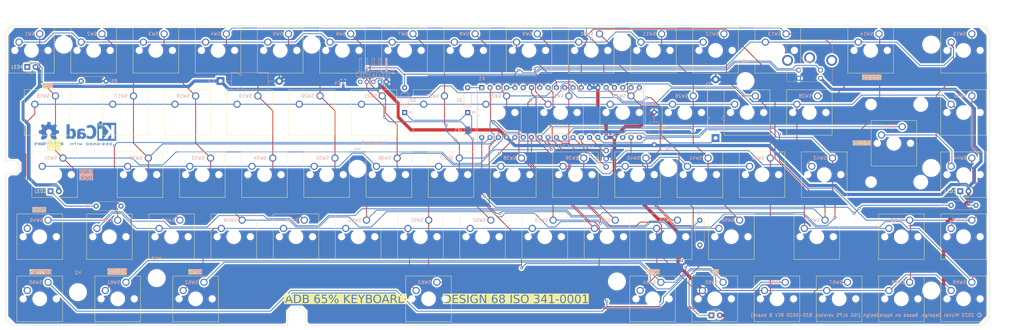
<source format=kicad_pcb>
(kicad_pcb (version 20221018) (generator pcbnew)
  (title_block (title "Design68 341-0001 ISO") (date "2023-09-14") (rev "1.0") (company "lostwave") (comment 1 "https://github.com/demik/oldworld/blob/master/EDA/Design68/README.md"))
  (layers (0 "F.Cu" signal) (31 "B.Cu" signal) (34 "B.Paste" user) (35 "F.Paste" user) (36 "B.SilkS" user "B.Silkscreen") (37 "F.SilkS" user "F.Silkscreen") (38 "B.Mask" user) (39 "F.Mask" user) (44 "Edge.Cuts" user))
  (net 0 "")
  (net 1 "GND")
  (net 2 "VCC")
  (net 3 "/ADB")
  (net 4 "/~{PWR}")
  (net 5 "Earth")
  (net 6 "Net-(D1-A)")
  (net 7 "/NUM_LED")
  (net 9 "Y3")
  (net 10 "Y5")
  (net 11 "Y7")
  (net 12 "Y9")
  (net 13 "Y8")
  (net 14 "Y6")
  (net 15 "Y4")
  (net 16 "Y2")
  (net 17 "X4")
  (net 18 "X6")
  (net 19 "X8")
  (net 20 "X10")
  (net 21 "X12")
  (net 22 "X7")
  (net 23 "X5")
  (net 24 "X3")
  (net 25 "/RESET")
  (net 26 "/XIN")
  (net 27 "/XOUT")
  (net 28 "X9")
  (net 29 "X11")
  (net 30 "X13")
  (net 31 "X15")
  (net 32 "X17")
  (net 33 "X18")
  (net 34 "X16")
  (net 35 "X14")
  (net 36 "/CAPS_LED")
  (net 37 "/SCROLL_LED")
  (net 38 "Net-(LED1-K)")
  (net 39 "Net-(LED2-K)")
  (net 40 "Net-(LED3-K)")
  (net 41 "X2")
  (net 42 "Net-(LED4-K)")
  (footprint "Button_Switch_Keyboard:SW_Cherry_MX_1.00u_PCB" (layer "F.Cu") (at 205.994 74.422)
    (fp_text reference "SW23")
    (fp_text value "1u")
  )
  (footprint "Button_Switch_Keyboard:SW_Cherry_MX_1.00u_PCB" (layer "F.Cu") (at 267.716 93.472)
    (fp_text reference "SW41")
    (fp_text value "1u")
  )
  (footprint "Button_Switch_Keyboard:SW_Cherry_MX_1.00u_PCB" (layer "F.Cu") (at 258.318 112.522)
    (fp_text reference "SW55")
    (fp_text value "1u")
  )
  (footprint "Button_Switch_Keyboard:SW_Cherry_MX_1.00u_PCB" (layer "F.Cu") (at 229.616 93.472)
    (fp_text reference "SW39")
    (fp_text value "1u")
  )
  (footprint "Button_Switch_Keyboard:SW_Cherry_MX_1.00u_PCB" (layer "F.Cu") (at 348.488 112.522)
    (fp_text reference "SW59")
    (fp_text value "1u")
  )
  (footprint "Button_Switch_Keyboard:SW_Cherry_MX_1.00u_PCB" (layer "F.Cu") (at 239.268 112.522)
    (fp_text reference "SW54")
    (fp_text value "1u")
  )
  (footprint "Button_Switch_Keyboard:SW_Cherry_MX_1.00u_PCB" (layer "F.Cu") (at 277.368 112.522)
    (fp_text reference "SW56")
    (fp_text value "1u")
  )
  (footprint "Button_Switch_Keyboard:SW_Cherry_MX_1.00u_PCB" (layer "F.Cu") (at 62.992 55.372)
    (fp_text reference "SW1")
    (fp_text value "1u")
  )
  (footprint "Button_Switch_Keyboard:SW_Cherry_MX_1.00u_PCB" (layer "F.Cu") (at 253.238 131.572)
    (fp_text reference "SW64")
    (fp_text value "1u")
  )
  (footprint "Button_Switch_Keyboard:SW_Cherry_MX_1.00u_PCB" (layer "F.Cu") (at 186.944 74.422)
    (fp_text reference "SW22")
    (fp_text value "1u")
  )
  (footprint "Button_Switch_Keyboard:SW_Cherry_MX_1.00u_PCB" (layer "F.Cu") (at 139.192 55.372)
    (fp_text reference "SW5")
    (fp_text value "1u")
  )
  (footprint "Button_Switch_Keyboard:SW_Cherry_MX_1.00u_PCB" (layer "F.Cu") (at 110.744 74.422)
    (fp_text reference "SW18")
    (fp_text value "1u")
  )
  (footprint "Button_Switch_Keyboard:SW_Cherry_MX_1.00u_PCB" (layer "F.Cu") (at 153.416 93.472)
    (fp_text reference "SW35")
    (fp_text value "1u")
  )
  (footprint "Button_Switch_Keyboard:SW_Cherry_MX_1.25u_PCB" (layer "F.Cu") (at 89.408 131.572)
    (fp_text reference "SW61")
    (fp_text value "1.25u")
  )
  (footprint "Button_Switch_Keyboard:SW_Cherry_MX_1.00u_PCB" (layer "F.Cu") (at 301.244 74.422)
    (fp_text reference "SW28")
    (fp_text value "1u")
  )
  (footprint "Button_Switch_Keyboard:SW_Cherry_MX_1.00u_PCB" (layer "F.Cu") (at 272.288 131.572)
    (fp_text reference "SW65")
    (fp_text value "1u")
  )
  (footprint "Button_Switch_Keyboard:SW_Cherry_MX_1.00u_PCB" (layer "F.Cu") (at 82.042 55.372)
    (fp_text reference "SW2")
    (fp_text value "1u")
  )
  (footprint "Button_Switch_Keyboard:SW_Cherry_MX_6.25u_PCB" (layer "F.Cu") (at 184.62 131.572)
    (fp_text reference "SW63")
    (fp_text value "6.25u")
  )
  (footprint "Button_Switch_Keyboard:SW_Cherry_MX_1.00u_PCB" (layer "F.Cu") (at 96.266 93.472)
    (fp_text reference "SW32")
    (fp_text value "1u")
  )
  (footprint "Button_Switch_Keyboard:SW_Cherry_MX_1.75u_PCB" (layer "F.Cu") (at 70.104 93.472)
    (fp_text reference "SW31")
    (fp_text value "1.75u")
  )
  (footprint "Button_Switch_Keyboard:SW_Cherry_MX_1.00u_PCB" (layer "F.Cu") (at 348.488 55.372)
    (fp_text reference "SW15")
    (fp_text value "1u")
  )
  (footprint "Button_Switch_Keyboard:SW_Cherry_MX_1.00u_PCB" (layer "F.Cu") (at 305.816 93.472)
    (fp_text reference "SW43")
    (fp_text value "1u")
  )
  (footprint "Button_Switch_Keyboard:SW_Cherry_MX_1.00u_PCB" (layer "F.Cu") (at 291.592 55.372)
    (fp_text reference "SW13")
    (fp_text value "1u")
  )
  (footprint "Button_Switch_Keyboard:SW_Cherry_MX_ISOEnter_PCB" (layer "F.Cu") (at 327.152 83.858)
    (fp_text reference "SW29")
    (fp_text value "L shit")
  )
  (footprint "Button_Switch_Keyboard:SW_Cherry_MX_1.00u_PCB" (layer "F.Cu") (at 191.516 93.472)
    (fp_text reference "SW37")
    (fp_text value "1u")
  )
  (footprint "LED_THT:LED_D3.0mm" (layer "F.Cu") (at 59.182 65.532)
    (fp_text reference "LED4")
    (fp_text value "LED")
  )
  (footprint "Button_Switch_Keyboard:SW_Cherry_MX_1.75u_PCB" (layer "F.Cu") (at 303.53 112.522)
    (fp_text reference "SW57")
    (fp_text value "1.75u")
  )
  (footprint "Button_Switch_Keyboard:SW_Cherry_MX_1.00u_PCB" (layer "F.Cu") (at 105.918 112.522)
    (fp_text reference "SW47")
    (fp_text value "1u")
  )
  (footprint "Button_Switch_Keyboard:SW_Cherry_MX_1.25u_PCB" (layer "F.Cu") (at 65.532 131.572)
    (fp_text reference "SW60")
    (fp_text value "1.25u")
  )
  (footprint "Button_Switch_Keyboard:SW_Cherry_MX_1.00u_PCB" (layer "F.Cu") (at 115.316 93.472)
    (fp_text reference "SW33")
    (fp_text value "1u")
  )
  (footprint "Button_Switch_Keyboard:SW_Cherry_MX_1.00u_PCB" (layer "F.Cu") (at 91.694 74.422)
    (fp_text reference "SW17")
    (fp_text value "1u")
  )
  (footprint "Button_Switch_Keyboard:SW_Cherry_MX_1.00u_PCB" (layer "F.Cu") (at 163.068 112.522)
    (fp_text reference "SW50")
    (fp_text value "1u")
  )
  (footprint "LED_THT:LED_D3.0mm" (layer "F.Cu") (at 66.294 103.632)
    (fp_text reference "LED2")
    (fp_text value "LED")
  )
  (footprint "Button_Switch_Keyboard:SW_Cherry_MX_1.00u_PCB" (layer "F.Cu") (at 134.366 93.472)
    (fp_text reference "SW34")
    (fp_text value "1u")
  )
  (footprint "Button_Switch_Keyboard:SW_Cherry_MX_1.00u_PCB" (layer "F.Cu") (at 129.794 74.422)
    (fp_text reference "SW19")
    (fp_text value "1u")
  )
  (footprint "Button_Switch_Keyboard:SW_Cherry_MX_1.00u_PCB" (layer "F.Cu") (at 329.438 131.572)
    (fp_text reference "SW68")
    (fp_text value "1u")
  )
  (footprint "Button_Switch_Keyboard:SW_Cherry_MX_1.00u_PCB" (layer "F.Cu") (at 248.666 93.472)
    (fp_text reference "SW40")
    (fp_text value "1u")
  )
  (footprint "Button_Switch_Keyboard:SW_Cherry_MX_1.00u_PCB" (layer "F.Cu") (at 177.292 55.372)
    (fp_text reference "SW7")
    (fp_text value "1u")
  )
  (footprint "Button_Switch_Keyboard:SW_Cherry_MX_1.00u_PCB" (layer "F.Cu") (at 348.488 93.472)
    (fp_text reference "SW44")
    (fp_text value "1u")
  )
  (footprint "Button_Switch_Keyboard:SW_Cherry_MX_1.00u_PCB" (layer "F.Cu") (at 220.218 112.522)
    (fp_text reference "SW53")
    (fp_text value "1u")
  )
  (footprint "Button_Switch_Keyboard:SW_Cherry_MX_1.00u_PCB" (layer "F.Cu") (at 210.566 93.472)
    (fp_text reference "SW38")
    (fp_text value "1u")
  )
  (footprint "Button_Switch_Keyboard:SW_Cherry_MX_1.00u_PCB" (layer "F.Cu") (at 182.118 112.522)
    (fp_text reference "SW51")
    (fp_text value "1u")
  )
  (footprint "Button_Switch_Keyboard:SW_Cherry_MX_1.00u_PCB" (layer "F.Cu") (at 172.466 93.472)
    (fp_text reference "SW36")
    (fp_text value "1u")
  )
  (footprint "Button_Switch_Keyboard:SW_Cherry_MX_1.00u_PCB" (layer "F.Cu") (at 253.492 55.372)
    (fp_text reference "SW11")
    (fp_text value "1u")
  )
  (footprint "Button_Switch_Keyboard:SW_Cherry_MX_1.00u_PCB" (layer "F.Cu") (at 244.094 74.422)
    (fp_text reference "SW25")
    (fp_text value "1u")
  )
  (footprint "Button_Switch_Keyboard:SW_Cherry_MX_1.00u_PCB" (layer "F.Cu") (at 282.194 74.422)
    (fp_text reference "SW27")
    (fp_text value "1u")
  )
  (footprint "Button_Switch_Keyboard:SW_Cherry_MX_1.00u_PCB" (layer "F.Cu") (at 329.438 112.522)
    (fp_text reference "SW58")
    (fp_text value "1u")
  )
  (footprint "Button_Switch_Keyboard:SW_Cherry_MX_1.00u_PCB" (layer "F.Cu") (at 148.844 74.422)
    (fp_text reference "SW20")
    (fp_text value "1u")
  )
  (footprint "Button_Switch_Keyboard:SW_Cherry_MX_1.00u_PCB" (layer "F.Cu") (at 291.338 131.572)
    (fp_text reference "SW66")
    (fp_text value "1u")
  )
  (footprint "Button_Switch_Keyboard:SW_Cherry_MX_1.00u_PCB" (layer "F.Cu") (at 201.168 112.522)
    (fp_text reference "SW52")
    (fp_text value "1u")
  )
  (footprint "Button_Switch_Keyboard:SW_Cherry_MX_1.00u_PCB" (layer "F.Cu") (at 120.142 55.372)
    (fp_text reference "SW4")
    (fp_text value "1u")
  )
  (footprint "Button_Switch_Keyboard:SW_Cherry_MX_1.00u_PCB" (layer "F.Cu") (at 167.894 74.422)
    (fp_text reference "SW21")
    (fp_text value "1u")
  )
  (footprint "Button_Switch_Keyboard:SW_Cherry_MX_1.00u_PCB" (layer "F.Cu") (at 215.392 55.372)
    (fp_text reference "SW9")
    (fp_text value "1u")
  )
  (footprint "Button_Switch_Keyboard:SW_Cherry_MX_1.00u_PCB" (layer "F.Cu") (at 348.488 74.422)
    (fp_text reference "SW30")
    (fp_text value "1u")
  )
  (footprint "LED_THT:LED_D3.0mm" (layer "F.Cu") (at 268.727 141.732)
    (fp_text reference "LED1")
    (fp_text value "LED")
  )
  (footprint "Button_Switch_Keyboard:SW_Cherry_MX_1.00u_PCB" (layer "F.Cu") (at 225.044 74.422)
    (fp_text reference "SW24")
    (fp_text value "1u")
  )
  (footprint "Button_Switch_Keyboard:SW_Cherry_MX_1.50u_PCB" (layer "F.Cu") (at 67.818 74.422)
    (fp_text reference "SW16")
    (fp_text value "1.5u")
  )
  (footprint "Button_Switch_Keyboard:SW_Cherry_MX_1.00u_PCB" (layer "F.Cu") (at 272.542 55.372)
    (fp_text reference "SW12")
    (fp_text value "1u")
  )
  (footprint "Button_Switch_Keyboard:SW_Cherry_MX_1.25u_PCB" (layer "F.Cu") (at 65.532 112.522)
    (fp_text reference "SW45")
    (fp_text value "1.25u")
  )
  (footprint "Button_Switch_Keyboard:SW_Cherry_MX_1.00u_PCB" (layer "F.Cu") (at 158.242 55.372)
    (fp_text reference "SW6")
    (fp_text value "1u")
  )
  (footprint "Button_Switch_Keyboard:SW_Cherry_MX_1.00u_PCB" (layer "F.Cu") (at 348.488 131.572)
    (fp_text reference "SW69")
    (fp_text value "1u")
  )
  (footprint "Button_Switch_Keyboard:SW_Cherry_MX_1.00u_PCB" (layer "F.Cu") (at 101.092 55.372)
    (fp_text reference "SW3")
    (fp_text value "1u")
  )
  (footprint "Button_Switch_Keyboard:SW_Cherry_MX_2.00u_PCB" (layer "F.Cu") (at 320.04 55.372)
    (fp_text reference "SW14")
    (fp_text value "2u")
  )
  (footprint "Button_Switch_Keyboard:SW_Cherry_MX_1.25u_PCB" (layer "F.Cu") (at 113.284 131.572)
    (fp_text reference "SW62")
    (fp_text value "1.25u")
  )
  (footprint "Button_Switch_Keyboard:SW_Cherry_MX_1.00u_PCB" (layer "F.Cu") (at 144.018 112.522)
    (fp_text reference "SW49")
    (fp_text value "1u")
  )
  (footprint "Button_Switch_Keyboard:SW_Cherry_MX_1.00u_PCB" (layer "F.Cu") (at 234.442 55.372)
    (fp_text reference "SW10")
    (fp_text value "1u")
  )
  (footprint "Button_Switch_Keyboard:SW_Cherry_MX_1.00u_PCB" (layer "F.Cu") (at 263.144 74.422)
    (fp_text reference "SW26")
    (fp_text value "1u")
  )
  (footprint "Button_Switch_Keyboard:SW_Cherry_MX_1.00u_PCB" (layer "F.Cu") (at 196.342 55.372)
    (fp_text reference "SW8")
    (fp_text value "1u")
  )
  (footprint "Button_Switch_Keyboard:SW_Cherry_MX_1.00u_PCB" (layer "F.Cu") (at 310.388 131.572)
    (fp_text reference "SW67")
    (fp_text value "1u")
  )
  (footprint "Button_Switch_Keyboard:SW_Cherry_MX_1.00u_PCB" (layer "F.Cu") (at 86.868 112.522)
    (fp_text reference "SW46")
    (fp_text value "1u")
  )
  (footprint "Button_Switch_Keyboard:SW_Cherry_MX_1.00u_PCB" (layer "F.Cu") (at 124.968 112.522)
    (fp_text reference "SW48")
    (fp_text value "1u")
  )
  (footprint "Button_Switch_Keyboard:SW_Cherry_MX_1.00u_PCB" (layer "F.Cu") (at 286.766 93.472)
    (fp_text reference "SW42")
    (fp_text value "1u")
  )
  (footprint "LED_THT:LED_D3.0mm" (layer "F.Cu") (at 344.927 103.632)
    (fp_text reference "LED3")
    (fp_text value "LED")
  )
  (footprint "MountingHole:MountingHole_5.5mm" (layer "B.Cu") (at 336.042 96.52 180)
    (fp_text reference "H10" hide)
    (fp_text value "MountingHole")
  )
  (footprint "MountingHole:MountingHole_5.5mm" (layer "B.Cu") (at 241.3 57.912 180)
    (fp_text reference "H5" hide)
    (fp_text value "MountingHole")
  )
  (footprint "Package_DIP:DIP-40_W15.24mm_Socket" (layer "B.Cu") (at 198.374 71.882 -90)
    (fp_text reference "K1")
    (fp_text value "KS88C0504 DIP Socket")
  )
  (footprint "Resistor_THT:R_Axial_DIN0207_L6.3mm_D2.5mm_P7.62mm_Horizontal" (layer "B.Cu") (at 80.264 108.204)
    (fp_text reference "R3")
    (fp_text value "180")
  )
  (footprint "MountingHole:MountingHole_5.5mm" (layer "B.Cu") (at 239.776 131.318 180)
    (fp_text reference "H7" hide)
    (fp_text value "MountingHole")
  )
  (footprint "Resistor_THT:R_Axial_DIN0207_L6.3mm_D2.5mm_P7.62mm_Horizontal" (layer "B.Cu") (at 349.758 107.95 180)
    (fp_text reference "R4")
    (fp_text value "180")
  )
  (footprint "Capacitor_SMD:C_0402_1005Metric_Pad0.74x0.62mm_HandSolder" (layer "B.Cu") (at 155.956 70.4175 90)
    (fp_text reference "C4")
    (fp_text value locked "47uF")
  )
  (footprint "MountingHole:MountingHole_5.5mm" (layer "B.Cu") (at 255.524 96.52 180)
    (fp_text reference "H6")
    (fp_text value "MountingHole")
  )
  (footprint "Resistor_THT:R_Axial_DIN0207_L6.3mm_D2.5mm_P7.62mm_Horizontal" (layer "B.Cu") (at 265.176 112.522 -90)
    (fp_text reference "R2")
    (fp_text value "180")
  )
  (footprint "MountingHole:MountingHole_5.5mm" (layer "B.Cu") (at 336.042 134.112 180)
    (fp_text reference "H11" hide)
    (fp_text value "MountingHole")
  )
  (footprint "Diode_THT:D_DO-35_SOD27_P7.62mm_Horizontal" (layer "B.Cu") (at 174.752 79.502 90)
    (fp_text reference "D2")
    (fp_text value "1N4148")
  )
  (footprint "Symbol:OSHW-Logo2_9.8x8mm_Copper" (layer "B.Cu") (at 65.786 86.106 180)
    (fp_text reference "REF**" hide)
    (fp_text value "OSHW-Logo2_9.8x8mm_Copper" hide)
  )
  (footprint "MountingHole:MountingHole_5.5mm" (layer "B.Cu") (at 70.358 58.674 180)
    (fp_text reference "H1" hide)
    (fp_text value "MountingHole")
  )
  (footprint "MountingHole:MountingHole_5.5mm" (layer "B.Cu") (at 98.806 130.302 180)
    (fp_text reference "H12")
    (fp_text value "MountingHole")
  )
  (footprint "Symbol:KiCad-Logo2_6mm_Copper" (layer "B.Cu") (at 78.747487 85.156848 180)
    (fp_text reference "REF**" hide)
    (fp_text value "KiCad-Logo2_6mm_Copper" hide)
  )
  (footprint "Connector_PinHeader_2.00mm:PinHeader_1x05_P2.00mm_Horizontal" (layer "B.Cu") (at 169.164 70.104 90)
    (fp_text reference "J4")
    (fp_text value "Wires")
  )
  (footprint "MountingHole:MountingHole_5.5mm" (layer "B.Cu") (at 336.042 58.674 180)
    (fp_text reference "H9" hide)
    (fp_text value "MountingHole")
  )
  (footprint "5749181:57491811" (layer "B.Cu") (at 302.152 66.49)
    (fp_text reference "J3")
    (fp_text value "Mini-DIN-4" hide)
  )
  (footprint "MountingHole:MountingHole_5.5mm" (layer "B.Cu") (at 146.304 58.674 180)
    (fp_text reference "H3" hide)
    (fp_text value "MountingHole")
  )
  (footprint "Resistor_THT:R_Axial_DIN0207_L6.3mm_D2.5mm_P7.62mm_Horizontal" (layer "B.Cu") (at 75.692 69.85)
    (fp_text reference "R5")
    (fp_text value "470")
  )
  (footprint "MountingHole:MountingHole_5.5mm" (layer "B.Cu") (at 160.274 96.774 180)
    (fp_text reference "H4")
    (fp_text value "MountingHole")
  )
  (footprint "Crystal:Resonator_Murata_CSTLSxxxG-3Pin_W8.0mm_H3.0mm" (layer "B.Cu") (at 236.474 91.186 -90)
    (fp_text reference "Y1")
    (fp_text value "4 MHz")
  )
  (footprint "Diode_THT:D_DO-35_SOD27_P7.62mm_Horizontal" (layer "B.Cu") (at 194.056 79.502 90)
    (fp_text reference "D1")
    (fp_text value "1N4148")
  )
  (footprint "MountingHole:MountingHole_5.5mm" (layer "B.Cu") (at 74.676 134.62 180)
    (fp_text reference "H2")
    (fp_text value "MountingHole")
  )
  (footprint "MountingHole:MountingHole_5.5mm" (layer "B.Cu") (at 279.146 69.85 180)
    (fp_text reference "H8")
    (fp_text value "MountingHole")
  )
  (footprint "Capacitor_THT:CP_Axial_L11.0mm_D5.0mm_P18.00mm_Horizontal" (layer "B.Cu") (at 118.364 69.85)
    (fp_text reference "C2")
    (fp_text value "10uF")
  )
  (footprint "Capacitor_THT:CP_Axial_L11.0mm_D5.0mm_P18.00mm_Horizontal" (layer "B.Cu") (at 270.002 87.342 90)
    (fp_text reference "C1")
    (fp_text value "4.7uF")
  )
  (footprint "Capacitor_THT:C_Axial_L3.8mm_D2.6mm_P10.00mm_Horizontal" (layer "B.Cu") (at 251.206 89.408 90)
    (fp_text reference "C3")
    (fp_text value "100nF")
  )
  (footprint "Jumper:SolderJumper-2_P1.3mm_Bridged_Pad1.0x1.5mm" (layer "B.Cu") (at 194.056 84.978 -90)
    (fp_text reference "JP1")
    (fp_text value "Jumper_2_Bridged")
  )
  (gr_line (start 138.938 144.78) (end 55.626 144.78) (stroke (width 0.1)) (layer "Edge.Cuts"))
  (gr_line (start 54.864 94.234) (end 52.578 94.234) (stroke (width 0.1)) (layer "Edge.Cuts"))
  (gr_line (start 350.774 144.78) (end 144.526 144.78) (stroke (width 0.1)) (layer "Edge.Cuts"))
  (gr_arc (start 52.578 55.88) (mid 53.470739 53.724739) (end 55.626 52.832) (stroke (width 0.1)) (layer "Edge.Cuts"))
  (gr_line (start 55.626 52.832) (end 350.774 52.832) (stroke (width 0.1)) (layer "Edge.Cuts"))
  (gr_arc (start 54.864 94.234) (mid 56.896 96.266) (end 54.864 98.298) (stroke (width 0.1)) (layer "Edge.Cuts"))
  (gr_arc (start 353.822 141.732) (mid 352.929261 143.887261) (end 350.774 144.78) (stroke (width 0.1)) (layer "Edge.Cuts"))
  (gr_line (start 52.578 94.234) (end 52.578 55.88) (stroke (width 0.1)) (layer "Edge.Cuts"))
  (gr_line (start 353.822 55.88) (end 353.822 141.732) (stroke (width 0.1)) (layer "Edge.Cuts"))
  (gr_arc (start 350.774 52.832) (mid 352.929261 53.724739) (end 353.822 55.88) (stroke (width 0.1)) (layer "Edge.Cuts"))
  (gr_line (start 54.864 98.298) (end 52.578 98.298) (stroke (width 0.1)) (layer "Edge.Cuts"))
  (gr_line (start 138.938 141.986) (end 138.938 144.78) (stroke (width 0.1)) (layer "Edge.Cuts"))
  (gr_arc (start 138.938 141.986) (mid 141.732 139.192) (end 144.526 141.986) (stroke (width 0.1)) (layer "Edge.Cuts"))
  (gr_line (start 52.578 141.732) (end 52.578 98.298) (stroke (width 0.1)) (layer "Edge.Cuts"))
  (gr_line (start 144.526 141.986) (end 144.526 144.78) (stroke (width 0.1)) (layer "Edge.Cuts"))
  (gr_arc (start 55.626 144.78) (mid 53.470739 143.887261) (end 52.578 141.732) (stroke (width 0.1)) (layer "Edge.Cuts"))
  (gr_text "delete" (at 318.008 68.834) (layer "B.SilkS" knockout) (effects (font (size 1.27 1.27)) (justify mirror)))
  (gr_text "control" (at 63.5 128.524) (layer "B.SilkS" knockout) (effects (font (size 1.27 1.27)) (justify mirror)))
  (gr_text "© 2023 Michel Depeige. Based on AppleDesign (ISO ALPS version, 820-0020 REV B board)" (at 351.79 142.24) (layer "B.SilkS") (effects (font (size 1 1)) (justify left bottom mirror)))
  (gr_text "return" (at 314.96 88.9) (layer "B.SilkS" knockout) (effects (font (size 1.27 1.27)) (justify mirror)))
  (gr_text "JLCJLCJLC" (at 226.06 84.582) (layer "B.SilkS") (effects (font (size 1 1)) (justify left bottom mirror)))
  (gr_text "caps\nlock" (at 77.216 98.552) (layer "B.SilkS" knockout) (effects (font (size 1.27 1.27)) (justify mirror)))
  (gr_text "fn" (at 270.002 128.524) (layer "B.SilkS" knockout) (effects (font (size 1.27 1.27)) (justify mirror)))
  (gr_text "shift" (at 62.992 109.474) (layer "B.SilkS" knockout) (effects (font (size 1.27 1.27)) (justify mirror)))
  (gr_text "option" (at 86.868 128.27) (layer "B.SilkS" knockout) (effects (font (size 1.27 1.27)) (justify mirror)))
  (gr_text "G V A P E" (at 169.926 68.326) (layer "B.SilkS") (effects (font (size 0.8 1.2) (thickness 0.1)) (justify left bottom mirror)))
  (gr_text "cmd" (at 110.744 128.524) (layer "B.SilkS" knockout) (effects (font (size 1.27 1.27)) (justify mirror)))
  (gr_text "KS88C0504 341-0001" (at 232.664 90.678) (layer "B.SilkS") (effects (font (size 1 1)) (justify left bottom mirror)))
  (gr_text "cmd" (at 250.952 128.524) (layer "B.SilkS" knockout) (effects (font (size 1.27 1.27)) (justify mirror)))
  (gr_text "JLCJLCJLC" (at 169.418 89.408) (layer "B.SilkS") (effects (font (size 1 1)) (justify left bottom mirror)))
  (gr_text "tab" (at 65.532 71.374) (layer "B.SilkS" knockout) (effects (font (size 1.27 1.27)) (justify mirror)))
  (gr_text "delete" (at 317.754 68.834) (layer "F.SilkS" knockout) (effects (font (size 1.27 1.27))))
  (gr_text "cmd" (at 250.698 128.524) (layer "F.SilkS" knockout) (effects (font (size 1.27 1.27))))
  (gr_text "caps\nlock" (at 67.31 89.408) (layer "F.SilkS" knockout) (effects (font (size 1.27 1.27))))
  (gr_text "control" (at 62.992 128.524) (layer "F.SilkS" knockout) (effects (font (size 1.27 1.27))))
  (gr_text "DESIGN 68 ISO 341-0001" (at 208.788 136.906) (layer "F.SilkS" knockout) (effects (font (size 2.54 2.54) (thickness 0.3175))))
  (gr_text "shift" (at 62.738 109.474) (layer "F.SilkS" knockout) (effects (font (size 1.27 1.27))))
  (gr_text "return" (at 314.706 88.9) (layer "F.SilkS" knockout) (effects (font (size 1.27 1.27))))
  (gr_text "ADB 65% KEYBOARD\n" (at 156.718 136.906) (layer "F.SilkS" knockout) (effects (font (size 2.54 2.54) (thickness 0.3175))))
  (gr_text "tab" (at 65.278 71.374) (layer "F.SilkS" knockout) (effects (font (size 1.27 1.27))))
  (gr_text "cmd" (at 110.49 128.524) (layer "F.SilkS" knockout) (effects (font (size 1.27 1.27))))
  (gr_text "option" (at 86.614 128.27) (layer "F.SilkS" knockout) (effects (font (size 1.27 1.27))))
  (gr_text "fn" (at 270.002 128.524) (layer "F.SilkS" knockout) (effects (font (size 1.27 1.27))))
  (segment (start 258.937182 116.719512) (end 258.937182 124.063183) (width 1) (layer "F.Cu") (net 1))
  (segment (start 254.504925 112.287255) (end 258.937182 116.719512) (width 1) (layer "F.Cu") (net 1))
  (segment (start 258.488 126.408) (end 266.192 134.112) (width 1) (layer "F.Cu") (net 1))
  (segment (start 239.014 87.122) (end 242.316 83.82) (width 1) (layer "F.Cu") (net 1))
  (segment (start 258.937182 124.063183) (end 258.488 124.512365) (width 1) (layer "F.Cu") (net 1))
  (segment (start 236.474 87.122) (end 239.014 87.122) (width 1) (layer "F.Cu") (net 1))
  (segment (start 239.014 91.146) (end 239.014 90.424) (width 1) (layer "F.Cu") (net 1))
  (segment (start 239.014 90.424) (end 239.014 98.782742) (width 1) (layer "F.Cu") (net 1))
  (segment (start 236.474 93.686) (end 239.014 91.146) (width 1) (layer "F.Cu") (net 1))
  (segment (start 236.474 87.122) (end 236.474 83.45063) (width 1) (layer "F.Cu") (net 1))
  (segment (start 239.014 90.424) (end 239.014 87.122) (width 1) (layer "F.Cu") (net 1))
  (segment (start 252.518513 112.287255) (end 254.504925 112.287255) (width 1) (layer "F.Cu") (net 1))
  (segment (start 258.488 124.512365) (end 258.488 126.408) (width 1) (layer "F.Cu") (net 1))
  (segment (start 233.934 80.91063) (end 233.934 71.882) (width 1) (layer "F.Cu") (net 1))
  (segment (start 236.474 83.45063) (end 233.934 80.91063) (width 1) (layer "F.Cu") (net 1))
  (segment (start 239.014 98.782742) (end 252.518513 112.287255) (width 1) (layer "F.Cu") (net 1))
  (segment (start 246.794 83.82) (end 251.206 79.408) (width 1) (layer "F.Cu") (net 1))
  (segment (start 242.316 83.82) (end 246.794 83.82) (width 1) (layer "F.Cu") (net 1))
  (segment (start 169.164 70.104) (end 169.164 68.429) (width 1) (layer "B.Cu") (net 1))
  (segment (start 169.164 68.429) (end 169.014 68.279) (width 1) (layer "B.Cu") (net 1))
  (segment (start 156.21 68.279) (end 137.935 68.279) (width 1) (layer "B.Cu") (net 1))
  (segment (start 155.956 69.85) (end 155.956 68.533) (width 1) (layer "B.Cu") (net 1))
  (segment (start 285.242 65.786) (end 288.446 68.99) (width 1) (layer "B.Cu") (net 1))
  (segment (start 176.593 74.105) (end 182.118 68.58) (width 1) (layer "B.Cu") (net 1))
  (segment (start 270.002 69.498) (end 234.794 69.498) (width 1) (layer "B.Cu") (net 1))
  (segment (start 231.394 70.104) (end 231.394 71.882) (width 1) (layer "B.Cu") (net 1))
  (segment (start 231.394 71.882) (end 233.934 71.882) (width 1) (layer "B.Cu") (net 1))
  (segment (start 233.934 70.358) (end 233.934 71.882) (width 1) (layer "B.Cu") (net 1))
  (segment (start 182.118 68.58) (end 229.87 68.58) (width 1) (layer "B.Cu") (net 1))
  (segment (start 122.428 67.056) (end 86.106 67.056) (width 1) (layer "B.Cu") (net 1))
  (segment (start 155.956 68.533) (end 156.21 68.279) (width 1) (layer "B.Cu") (net 1))
  (segment (start 169.164 70.969274) (end 172.299726 74.105) (width 1) (layer "B.Cu") (net 1))
  (segment (start 137.935 68.279) (end 136.364 69.85) (width 1) (layer "B.Cu") (net 1))
  (segment (start 234.794 69.498) (end 233.934 70.358) (width 1) (layer "B.Cu") (net 1))
  (segment (start 270.002 69.342) (end 273.05 69.342) (width 1) (layer "B.Cu") (net 1))
  (segment (start 86.106 67.056) (end 83.312 69.85) (width 1) (layer "B.Cu") (net 1))
  (segment (start 169.014 68.279) (end 156.21 68.279) (width 1) (layer "B.Cu") (net 1))
  (segment (start 169.164 70.104) (end 169.164 70.969274) (width 1) (layer "B.Cu") (net 1))
  (segment (start 136.364 69.85) (end 125.222 69.85) (width 1) (layer "B.Cu") (net 1))
  (segment (start 229.87 68.58) (end 231.394 70.104) (width 1) (layer "B.Cu") (net 1))
  (segment (start 288.446 68.99) (end 295.452 68.99) (width 1) (layer "B.Cu") (net 1))
  (segment (start 276.606 65.786) (end 285.242 65.786) (width 1) (layer "B.Cu") (net 1))
  (segment (start 125.222 69.85) (end 122.428 67.056) (width 1) (layer "B.Cu") (net 1))
  (segment (start 172.299726 74.105) (end 176.593 74.105) (width 1) (layer "B.Cu") (net 1))
  (segment (start 273.05 69.342) (end 276.606 65.786) (width 1) (layer "B.Cu") (net 1))
  (segment (start 337.82 116.202206) (end 347.467 106.555206) (width 1) (layer "F.Cu") (net 2))
  (segment (start 172.72 76.614594) (end 172.72 80.850742) (width 1) (layer "F.Cu") (net 2))
  (segment (start 333.248 141.732) (end 339.852 135.128) (width 1) (layer "F.Cu") (net 2))
  (segment (start 337.82 119.126) (end 337.82 116.202206) (width 1) (layer "F.Cu") (net 2))
  (segment (start 203.708 84.836) (end 205.994 87.122) (width 1) (layer "F.Cu") (net 2))
  (segment (start 167.164 70.104) (end 167.164 71.058594) (width 1) (layer "F.Cu") (net 2))
  (segment (start 271.267 141.732) (end 333.248 141.732) (width 1) (layer "F.Cu") (net 2))
  (segment (start 339.852 135.128) (end 339.852 121.158) (width 1) (layer "F.Cu") (net 2))
  (segment (start 167.164 71.058594) (end 172.72 76.614594) (width 1) (layer "F.Cu") (net 2))
  (segment (start 347.467 106.555206) (end 347.467 103.632) (width 1) (layer "F.Cu") (net 2))
  (segment (start 339.852 121.158) (end 337.82 119.126) (width 1) (layer "F.Cu") (net 2))
  (segment (start 176.705258 84.836) (end 203.708 84.836) (width 1) (layer "F.Cu") (net 2))
  (segment (start 172.72 80.850742) (end 176.705258 84.836) (width 1) (layer "F.Cu") (net 2))
  (segment (start 57.912 76.454) (end 62.887 71.479) (width 1) (layer "B.Cu") (net 2))
  (segment (start 347.467 103.632) (end 347.467 102.359208) (width 1) (layer "B.Cu") (net 2))
  (segment (start 208.508 89.636) (end 205.994 87.122) (width 1) (layer "B.Cu") (net 2))
  (segment (start 339.09 104.648) (end 309.400726 104.648) (width 1) (layer "B.Cu") (net 2))
  (segment (start 62.887 66.697) (end 61.722 65.532) (width 1) (layer "B.Cu") (net 2))
  (segment (start 346.707792 101.6) (end 342.138 101.6) (width 1) (layer "B.Cu") (net 2))
  (segment (start 155.956 72.39) (end 166.624 72.39) (width 1) (layer "B.Cu") (net 2))
  (segment (start 166.624 72.39) (end 167.164 71.85) (width 1) (layer "B.Cu") (net 2))
  (segment (start 305.552 72.39) (end 302.152 68.99) (width 1) (layer "B.Cu") (net 2))
  (segment (start 349.25 100.576208) (end 349.25 96.52) (width 1) (layer "B.Cu") (net 2))
  (segment (start 108.712 71.479) (end 110.341 69.85) (width 1) (layer "B.Cu") (net 2))
  (segment (start 59.69 99.568) (end 59.69 83.312) (width 1) (layer "B.Cu") (net 2))
  (segment (start 167.164 71.088) (end 167.164 71.85) (width 1) (layer "B.Cu") (net 2))
  (segment (start 62.887 71.479) (end 108.712 71.479) (width 1) (layer "B.Cu") (net 2))
  (segment (start 120.904 72.39) (end 155.956 72.39) (width 1) (layer "B.Cu") (net 2))
  (segment (start 349.25 78.232) (end 343.408 72.39) (width 1) (layer "B.Cu") (net 2))
  (segment (start 306.665726 101.913) (end 298.509 101.913) (width 1) (layer "B.Cu") (net 2))
  (segment (start 349.25 96.52) (end 351.282 94.488) (width 1) (layer "B.Cu") (net 2))
  (segment (start 351.282 94.488) (end 351.282 91.694) (width 1) (layer "B.Cu") (net 2))
  (segment (start 110.341 69.85) (end 118.364 69.85) (width 1) (layer "B.Cu") (net 2))
  (segment (start 305.552 72.39) (end 343.408 72.39) (width 1) (layer "B.Cu") (net 2))
  (segment (start 68.834 102.616) (end 67.933371 101.715371) (width 1) (layer "B.Cu") (net 2))
  (segment (start 349.25 100.576208) (end 347.467 102.359208) (width 1) (layer "B.Cu") (net 2))
  (segment (start 62.887 71.479) (end 62.887 66.697) (width 1) (layer "B.Cu") (net 2))
  (segment (start 347.467 102.359208) (end 346.707792 101.6) (width 1) (layer "B.Cu") (net 2))
  (segment (start 349.25 89.662) (end 349.25 78.232) (width 1) (layer "B.Cu") (net 2))
  (segment (start 118.364 69.85) (end 120.904 72.39) (width 1) (layer "B.Cu") (net 2))
  (segment (start 298.509 101.913) (end 286.232 89.636) (width 1) (layer "B.Cu") (net 2))
  (segment (start 286.232 89.636) (end 208.508 89.636) (width 1) (layer "B.Cu") (net 2))
  (segment (start 59.69 83.312) (end 57.912 81.534) (width 1) (layer "B.Cu") (net 2))
  (segment (start 342.138 101.6) (end 339.09 104.648) (width 1) (layer "B.Cu") (net 2))
  (segment (start 351.282 91.694) (end 349.25 89.662) (width 1) (layer "B.Cu") (net 2))
  (segment (start 67.933371 101.715371) (end 61.837371 101.715371) (width 1) (layer "B.Cu") (net 2))
  (segment (start 61.837371 101.715371) (end 59.69 99.568) (width 1) (layer "B.Cu") (net 2))
  (segment (start 68.834 103.632) (end 68.834 102.616) (width 1) (layer "B.Cu") (net 2))
  (segment (start 309.400726 104.648) (end 306.665726 101.913) (width 1) (layer "B.Cu") (net 2))
  (segment (start 167.164 70.104) (end 167.164 71.088) (width 1) (layer "B.Cu") (net 2))
  (segment (start 57.912 81.534) (end 57.912 76.454) (width 1) (layer "B.Cu") (net 2))
  (segment (start 155.956 72.39) (end 155.956 70.985) (width 0.8) (layer "B.Cu") (net 2))
  (segment (start 208.534 67.564) (end 208.534 71.882) (width 0.25) (layer "F.Cu") (net 3))
  (segment (start 209.55 66.548) (end 208.534 67.564) (width 0.25) (layer "F.Cu") (net 3))
  (via (at 209.55 66.548) (size 0.8) (drill 0.4) (layers "F.Cu" "B.Cu") (net 3))
  (segment (start 289.052 66.04) (end 293.624 66.04) (width 0.25) (layer "B.Cu") (net 3))
  (segment (start 168.164 71.136) (end 171.958 74.93) (width 0.25) (layer "B.Cu") (net 3))
  (segment (start 209.55 66.548) (end 210.317 66.548) (width 0.25) (layer "B.Cu") (net 3))
  (segment (start 167.64 69.104) (end 168.164 69.628) (width 0.25) (layer "B.Cu") (net 3))
  (segment (start 293.624 66.04) (end 294.64 65.024) (width 0.25) (layer "B.Cu") (net 3))
  (segment (start 165.164 70.104) (end 166.164 69.104) (width 0.25) (layer "B.Cu") (net 3))
  (segment (start 211.074 67.305) (end 214.63 67.305) (width 0.25) (layer "B.Cu") (net 3))
  (segment (start 300.686 65.024) (end 302.152 66.49) (width 0.25) (layer "B.Cu") (net 3))
  (segment (start 168.164 69.628) (end 168.164 71.136) (width 0.25) (layer "B.Cu") (net 3))
  (segment (start 294.64 65.024) (end 300.686 65.024) (width 0.25) (layer "B.Cu") (net 3))
  (segment (start 215.953 65.982) (end 273.362 65.982) (width 0.25) (layer "B.Cu") (net 3))
  (segment (start 188.976 71.374) (end 191.008 73.406) (width 0.25) (layer "B.Cu") (net 3))
  (segment (start 273.362 65.982) (end 275.59 63.754) (width 0.25) (layer "B.Cu") (net 3))
  (segment (start 171.958 74.93) (end 182.118 74.93) (width 0.25) (layer "B.Cu") (net 3))
  (segment (start 185.674 71.374) (end 188.976 71.374) (width 0.25) (layer "B.Cu") (net 3))
  (segment (start 182.118 74.93) (end 185.674 71.374) (width 0.25) (layer "B.Cu") (net 3))
  (segment (start 208.534 71.882) (end 205.994 71.882) (width 0.25) (layer "B.Cu") (net 3))
  (segment (start 214.63 67.305) (end 215.953 65.982) (width 0.25) (layer "B.Cu") (net 3))
  (segment (start 210.317 66.548) (end 211.074 67.305) (width 0.25) (layer "B.Cu") (net 3))
  (segment (start 275.59 63.754) (end 286.766 63.754) (width 0.25) (layer "B.Cu") (net 3))
  (segment (start 166.164 69.104) (end 167.64 69.104) (width 0.25) (layer "B.Cu") (net 3))
  (segment (start 191.008 73.406) (end 204.47 73.406) (width 0.25) (layer "B.Cu") (net 3))
  (segment (start 286.766 63.754) (end 289.052 66.04) (width 0.25) (layer "B.Cu") (net 3))
  (segment (start 204.47 73.406) (end 205.994 71.882) (width 0.25) (layer "B.Cu") (net 3))
  (segment (start 163.164 72.428) (end 168.46 77.724) (width 0.25) (layer "F.Cu") (net 4))
  (segment (start 168.46 77.724) (end 168.46 80.83) (width 0.25) (layer "F.Cu") (net 4))
  (segment (start 163.164 66.0615) (end 163.164 70.104) (width 0.25) (layer "F.Cu") (net 4))
  (segment (start 163.4395 65.786) (end 163.164 66.0615) (width 0.25) (layer "F.Cu") (net 4))
  (segment (start 168.46 80.83) (end 168.656 81.026) (width 0.25) (layer "F.Cu") (net 4))
  (segment (start 163.164 70.104) (end 163.164 72.428) (width 0.25) (layer "F.Cu") (net 4))
  (via (at 168.656 81.026) (size 0.8) (drill 0.4) (layers "F.Cu" "B.Cu") (net 4))
  (via (at 163.4395 65.786) (size 0.8) (drill 0.4) (layers "F.Cu" "B.Cu") (net 4))
  (segment (start 273.548396 66.432) (end 275.776396 64.204) (width 0.25) (layer "B.Cu") (net 4))
  (segment (start 216.139396 66.432) (end 273.548396 66.432) (width 0.25) (layer "B.Cu") (net 4))
  (segment (start 214.816396 67.755) (end 216.139396 66.432) (width 0.25) (layer "B.Cu") (net 4))
  (segment (start 174.752 71.882) (end 174.752 67.755) (width 0.25) (layer "B.Cu") (net 4))
  (segment (start 174.435 67.755) (end 174.752 67.755) (width 0.25) (layer "B.Cu") (net 4))
  (segment (start 288.865604 66.49) (end 286.579604 64.204) (width 0.25) (layer "B.Cu") (net 4))
  (segment (start 194.056 84.328) (end 192.055 82.327) (width 0.25) (layer "B.Cu") (net 4))
  (segment (start 163.4395 65.786) (end 172.466 65.786) (width 0.25) (layer "B.Cu") (net 4))
  (segment (start 192.055 82.327) (end 169.957 82.327) (width 0.25) (layer "B.Cu") (net 4))
  (segment (start 295.452 66.49) (end 288.865604 66.49) (width 0.25) (layer "B.Cu") (net 4))
  (segment (start 169.957 82.327) (end 168.656 81.026) (width 0.25) (layer "B.Cu") (net 4))
  (segment (start 174.752 67.755) (end 214.816396 67.755) (width 0.25) (layer "B.Cu") (net 4))
  (segment (start 275.776396 64.204) (end 286.579604 64.204) (width 0.25) (layer "B.Cu") (net 4))
  (segment (start 172.466 65.786) (end 174.435 67.755) (width 0.25) (layer "B.Cu") (net 4))
  (segment (start 198.374 71.882) (end 194.056 71.882) (width 0.25) (layer "B.Cu") (net 6))
  (segment (start 200.66 89.916) (end 203.454 87.122) (width 0.25) (layer "F.Cu") (net 7))
  (segment (start 201.069 81.874964) (end 201.914536 82.7205) (width 0.25) (layer "F.Cu") (net 7))
  (segment (start 202.820396 110.49) (end 200.66 108.329604) (width 0.25) (layer "F.Cu") (net 7))
  (segment (start 201.069 72.037) (end 201.069 81.874964) (width 0.25) (layer "F.Cu") (net 7))
  (segment (start 200.66 108.329604) (end 200.66 89.916) (width 0.25) (layer "F.Cu") (net 7))
  (segment (start 203.962 110.49) (end 202.820396 110.49) (width 0.25) (layer "F.Cu") (net 7))
  (via (at 201.914536 82.7205) (size 0.8) (drill 0.4) (layers "F.Cu" "B.Cu") (net 7))
  (via (at 203.962 110.49) (size 0.8) (drill 0.4) (layers "F.Cu" "B.Cu") (net 7))
  (segment (start 263.536 114.162) (end 255.778 114.162) (width 0.25) (layer "B.Cu") (net 7))
  (segment (start 255.778 114.162) (end 254.392 112.776) (width 0.25) (layer "B.Cu") (net 7))
  (segment (start 203.454 84.259964) (end 203.454 87.122) (width 0.25) (layer "B.Cu") (net 7))
  (segment (start 249.798 112.776) (end 248.412 114.162) (width 0.25) (layer "B.Cu") (net 7))
  (segment (start 254.392 112.776) (end 249.798 112.776) (width 0.25) (layer "B.Cu") (net 7))
  (segment (start 265.176 112.522) (end 263.536 114.162) (width 0.25) (layer "B.Cu") (net 7))
  (segment (start 234.367 111.547) (end 225.873604 111.547) (width 0.25) (layer "B.Cu") (net 7))
  (segment (start 248.412 114.162) (end 236.982 114.162) (width 0.25) (layer "B.Cu") (net 7))
  (segment (start 236.982 114.162) (end 234.367 111.547) (width 0.25) (layer "B.Cu") (net 7))
  (segment (start 201.914536 82.7205) (end 203.454 84.259964) (width 0.25) (layer "B.Cu") (net 7))
  (segment (start 225.873604 111.547) (end 224.250604 109.924) (width 0.25) (layer "B.Cu") (net 7))
  (segment (start 224.250604 109.924) (end 204.528 109.924) (width 0.25) (layer "B.Cu") (net 7))
  (segment (start 204.528 109.924) (end 203.962 110.49) (width 0.25) (layer "B.Cu") (net 7))
  (segment (start 214.884 71.12) (end 214.376 70.612) (width 0.25) (layer "F.Cu") (net 9))
  (segment (start 59.182 82.250412) (end 61.468 79.964412) (width 0.25) (layer "F.Cu") (net 9))
  (segment (start 212.344 70.612) (end 211.074 71.882) (width 0.25) (layer "F.Cu") (net 9))
  (segment (start 218.694 76.962) (end 214.884 73.152) (width 0.25) (layer "F.Cu") (net 9))
  (segment (start 214.376 70.612) (end 212.344 70.612) (width 0.25) (layer "F.Cu") (net 9))
  (segment (start 61.468 79.964412) (end 61.468 76.962) (width 0.25) (layer "F.Cu") (net 9))
  (segment (start 59.182 115.062) (end 59.182 82.250412) (width 0.25) (layer "F.Cu") (net 9))
  (segment (start 214.884 73.152) (end 214.884 71.12) (width 0.25) (layer "F.Cu") (net 9))
  (segment (start 275.844 76.962) (end 256.794 76.962) (width 0.25) (layer "B.Cu") (net 9))
  (segment (start 161.544 76.962) (end 142.494 76.962) (width 0.25) (layer "B.Cu") (net 9))
  (segment (start 104.394 76.962) (end 85.344 76.962) (width 0.25) (layer "B.Cu") (net 9))
  (segment (start 256.794 76.962) (end 237.744 76.962) (width 0.25) (layer "B.Cu") (net 9))
  (segment (start 199.644 76.962) (end 180.594 76.962) (width 0.25) (layer "B.Cu") (net 9))
  (segment (start 123.444 76.962) (end 104.394 76.962) (width 0.25) (layer "B.Cu") (net 9))
  (segment (start 180.594 76.962) (end 161.544 76.962) (width 0.25) (layer "B.Cu") (net 9))
  (segment (start 218.694 76.962) (end 199.644 76.962) (width 0.25) (layer "B.Cu") (net 9))
  (segment (start 237.744 76.962) (end 218.694 76.962) (width 0.25) (layer "B.Cu") (net 9))
  (segment (start 85.344 76.962) (end 61.468 76.962) (width 0.25) (layer "B.Cu") (net 9))
  (segment (start 142.494 76.962) (end 123.444 76.962) (width 0.25) (layer "B.Cu") (net 9))
  (segment (start 89.916 96.012) (end 91.015999 97.111999) (width 0.25) (layer "F.Cu") (net 10))
  (segment (start 215.011 87.757) (end 215.011 75.057) (width 0.25) (layer "F.Cu") (net 10))
  (segment (start 213.614 73.66) (end 213.614 71.882) (width 0.25) (layer "F.Cu") (net 10))
  (segment (start 91.015999 97.111999) (end 91.015999 126.154001) (width 0.25) (layer "F.Cu") (net 10))
  (segment (start 91.015999 126.154001) (end 83.058 134.112) (width 0.25) (layer "F.Cu") (net 10))
  (segment (start 215.011 75.057) (end 213.614 73.66) (width 0.25) (layer "F.Cu") (net 10))
  (segment (start 223.266 96.012) (end 215.011 87.757) (width 0.25) (layer "F.Cu") (net 10))
  (segment (start 235.458 98.298) (end 237.49 98.298) (width 0.25) (layer "B.Cu") (net 10))
  (segment (start 162.151 92.047) (end 158.651 92.047) (width 0.25) (layer "B.Cu") (net 10))
  (segment (start 261.366 96.012) (end 280.416 96.012) (width 0.25) (layer "B.Cu") (net 10))
  (segment (start 166.116 96.012) (end 162.151 92.047) (width 0.25) (layer "B.Cu") (net 10))
  (segment (start 233.172 96.012) (end 235.458 98.298) (width 0.25) (layer "B.Cu") (net 10))
  (segment (start 252.984 93.218) (end 250.19 96.012) (width 0.25) (layer "B.Cu") (net 10))
  (segment (start 154.686 96.012) (end 147.066 96.012) (width 0.25) (layer "B.Cu") (net 10))
  (segment (start 128.016 96.012) (end 147.066 96.012) (width 0.25) (layer "B.Cu") (net 10))
  (segment (start 237.49 98.298) (end 239.776 96.012) (width 0.25) (layer "B.Cu") (net 10))
  (segment (start 204.216 96.012) (end 223.266 96.012) (width 0.25) (layer "B.Cu") (net 10))
  (segment (start 63.754 96.012) (end 89.916 96.012) (width 0.25) (layer "B.Cu") (net 10))
  (segment (start 108.966 96.012) (end 128.016 96.012) (width 0.25) (layer "B.Cu") (net 10))
  (segment (start 158.651 92.047) (end 154.686 96.012) (width 0.25) (layer "B.Cu") (net 10))
  (segment (start 89.916 96.012) (end 108.966 96.012) (width 0.25) (layer "B.Cu") (net 10))
  (segment (start 223.266 96.012) (end 233.172 96.012) (width 0.25) (layer "B.Cu") (net 10))
  (segment (start 258.572 93.218) (end 252.984 93.218) (width 0.25) (layer "B.Cu") (net 10))
  (segment (start 261.366 96.012) (end 258.572 93.218) (width 0.25) (layer "B.Cu") (net 10))
  (segment (start 185.166 96.012) (end 204.216 96.012) (width 0.25) (layer "B.Cu") (net 10))
  (segment (start 239.776 96.012) (end 242.316 96.012) (width 0.25) (layer "B.Cu") (net 10))
  (segment (start 242.316 96.012) (end 250.19 96.012) (width 0.25) (layer "B.Cu") (net 10))
  (segment (start 166.116 96.012) (end 185.166 96.012) (width 0.25) (layer "B.Cu") (net 10))
  (segment (start 342.392 57.912) (end 342.392 59.182) (width 0.25) (layer "F.Cu") (net 11))
  (segment (start 216.154 68.834) (end 216.154 71.882) (width 0.25) (layer "F.Cu") (net 11))
  (segment (start 337.566 74.213) (end 337.566 91.186) (width 0.25) (layer "F.Cu") (net 11))
  (segment (start 342.9 59.69) (end 342.9 68.879) (width 0.25) (layer "F.Cu") (net 11))
  (segment (start 214.63 67.31) (end 216.154 68.834) (width 0.25) (layer "F.Cu") (net 11))
  (segment (start 214.63 66.04) (end 214.63 67.31) (width 0.25) (layer "F.Cu") (net 11))
  (segment (start 342.9 68.879) (end 337.566 74.213) (width 0.25) (layer "F.Cu") (net 11))
  (segment (start 342.392 59.182) (end 342.9 59.69) (width 0.25) (layer "F.Cu") (net 11))
  (segment (start 337.566 91.186) (end 342.392 96.012) (width 0.25) (layer "F.Cu") (net 11))
  (via (at 214.63 66.04) (size 0.8) (drill 0.4) (layers "F.Cu" "B.Cu") (net 11))
  (segment (start 340.106 65.024) (end 332.486 65.024) (width 0.25) (layer "B.Cu") (net 11))
  (segment (start 215.138 65.532) (end 273.05 65.532) (width 0.25) (layer "B.Cu") (net 11))
  (segment (start 332.486 65.024) (end 325.374 57.912) (width 0.25) (layer "B.Cu") (net 11))
  (segment (start 285.242 57.912) (end 313.906 57.912) (width 0.25) (layer "B.Cu") (net 11))
  (segment (start 342.392 91.186) (end 342.392 96.012) (width 0.25) (layer "B.Cu") (net 11))
  (segment (start 214.63 66.04) (end 215.138 65.532) (width 0.25) (layer "B.Cu") (net 11))
  (segment (start 320.944 86.398) (end 337.604 86.398) (width 0.25) (layer "B.Cu") (net 11))
  (segment (start 273.05 65.532) (end 280.67 57.912) (width 0.25) (layer "B.Cu") (net 11))
  (segment (start 337.604 86.398) (end 342.392 91.186) (width 0.25) (layer "B.Cu") (net 11))
  (segment (start 342.392 58.928) (end 342.9 59.436) (width 0.25) (layer "B.Cu") (net 11))
  (segment (start 342.9 59.436) (end 342.9 62.23) (width 0.25) (layer "B.Cu") (net 11))
  (segment (start 342.392 57.912) (end 342.392 58.928) (width 0.25) (layer "B.Cu") (net 11))
  (segment (start 280.67 57.912) (end 285.242 57.912) (width 0.25) (layer "B.Cu") (net 11))
  (segment (start 342.9 62.23) (end 340.106 65.024) (width 0.25) (layer "B.Cu") (net 11))
  (segment (start 325.374 57.912) (end 313.906 57.912) (width 0.25) (layer "B.Cu") (net 11))
  (segment (start 224.701 101.257) (end 224.701 97.245396) (width 0.25) (layer "F.Cu") (net 12))
  (segment (start 266.429254 135.89) (end 265.638412 135.89) (width 0.25) (layer "F.Cu") (net 12))
  (segment (start 252.476 113.112255) (end 246.888 113.112255) (width 0.25) (layer "F.Cu") (net 12))
  (segment (start 219.964 87.884) (end 219.964 83.971008) (width 0.25) (layer "F.Cu") (net 12))
  (segment (start 224.701 97.245396) (end 225.494 96.452396) (width 0.25) (layer "F.Cu") (net 12))
  (segment (start 253.393 114.029255) (end 252.476 113.112255) (width 0.25) (layer "F.Cu") (net 12))
  (segment (start 225.494 93.414) (end 219.964 87.884) (width 0.25) (layer "F.Cu") (net 12))
  (segment (start 220.189621 78.457621) (end 220.189621 73.377621) (width 0.25) (layer "F.Cu") (net 12))
  (segment (start 268.207255 134.112) (end 266.429254 135.89) (width 0.25) (layer "F.Cu") (net 12))
  (segment (start 246.888 113.112255) (end 245.446255 114.554) (width 0.25) (layer "F.Cu") (net 12))
  (segment (start 219.964 83.971008) (end 219.126496 83.133504) (width 0.25) (layer "F.Cu") (net 12))
  (segment (start 219.126496 79.520747) (end 220.189621 78.457621) (width 0.25) (layer "F.Cu") (net 12))
  (segment (start 225.494 96.452396) (end 225.494 93.414) (width 0.25) (layer "F.Cu") (net 12))
  (segment (start 219.126496 83.133504) (end 219.126496 79.520747) (width 0.25) (layer "F.Cu") (net 12))
  (segment (start 245.446255 114.554) (end 237.998 114.554) (width 0.25) (layer "F.Cu") (net 12))
  (segment (start 253.393 123.644588) (end 253.393 114.029255) (width 0.25) (layer "F.Cu") (net 12))
  (segment (start 265.638412 135.89) (end 253.393 123.644588) (width 0.25) (layer "F.Cu") (net 12))
  (segment (start 237.998 114.554) (end 224.701 101.257) (width 0.25) (layer "F.Cu") (net 12))
  (segment (start 285.242 134.112) (end 268.207255 134.112) (width 0.25) (layer "F.Cu") (net 12))
  (segment (start 220.189621 73.377621) (end 218.694 71.882) (width 0.25) (layer "F.Cu") (net 12))
  (segment (start 304.292 134.112) (end 285.242 134.112) (width 0.25) (layer "B.Cu") (net 12))
  (segment (start 342.392 134.112) (end 337.566 129.286) (width 0.25) (layer "B.Cu") (net 12))
  (segment (start 337.566 129.286) (end 328.168 129.286) (width 0.25) (layer "B.Cu") (net 12))
  (segment (start 323.342 134.112) (end 304.292 134.112) (width 0.25) (layer "B.Cu") (net 12))
  (segment (start 328.168 129.286) (end 323.342 134.112) (width 0.25) (layer "B.Cu") (net 12))
  (segment (start 209.042 61.214) (end 209.042 57.912) (width 0.25) (layer "F.Cu") (net 13))
  (segment (start 58.732 99.002) (end 58.732 92.26) (width 0.25) (layer "F.Cu") (net 13))
  (segment (start 55.626 102.108) (end 58.732 99.002) (width 0.25) (layer "F.Cu") (net 13))
  (segment (start 214.884 63.754) (end 211.582 63.754) (width 0.25) (layer "F.Cu") (net 13))
  (segment (start 55.626 130.556) (end 55.626 102.108) (width 0.25) (layer "F.Cu") (net 13))
  (segment (start 211.582 63.754) (end 209.042 61.214) (width 0.25) (layer "F.Cu") (net 13))
  (segment (start 59.182 134.112) (end 55.626 130.556) (width 0.25) (layer "F.Cu") (net 13))
  (segment (start 221.234 71.882) (end 221.234 70.104) (width 0.25) (layer "F.Cu") (net 13))
  (segment (start 58.732 92.26) (end 56.642 90.17) (width 0.25) (layer "F.Cu") (net 13))
  (segment (start 221.234 70.104) (end 214.884 63.754) (width 0.25) (layer "F.Cu") (net 13))
  (segment (start 56.642 90.17) (end 56.642 57.912) (width 0.25) (layer "F.Cu") (net 13))
  (segment (start 149.294 55.314) (end 151.892 57.912) (width 0.25) (layer "B.Cu") (net 13))
  (segment (start 56.642 57.912) (end 64.516 57.912) (width 0.25) (layer "B.Cu") (net 13))
  (segment (start 170.942 57.912) (end 189.992 57.912) (width 0.25) (layer "B.Cu") (net 13))
  (segment (start 236.348396 57.912) (end 239.454396 54.806) (width 0.25) (layer "B.Cu") (net 13))
  (segment (start 75.692 57.912) (end 94.742 57.912) (width 0.25) (layer "B.Cu") (net 13))
  (segment (start 94.742 57.912) (end 113.792 57.912) (width 0.25) (layer "B.Cu") (net 13))
  (segment (start 244.036 54.806) (end 239.454396 54.806) (width 0.25) (layer "B.Cu") (net 13))
  (segment (start 151.892 57.912) (end 170.942 57.912) (width 0.25) (layer "B.Cu") (net 13))
  (segment (start 143.822 55.314) (end 149.294 55.314) (width 0.25) (layer "B.Cu") (net 13))
  (segment (start 228.092 57.912) (end 236.348396 57.912) (width 0.25) (layer "B.Cu") (net 13))
  (segment (start 189.992 57.912) (end 209.042 57.912) (width 0.25) (layer "B.Cu") (net 13))
  (segment (start 247.142 57.912) (end 244.036 54.806) (width 0.25) (layer "B.Cu") (net 13))
  (segment (start 209.042 57.912) (end 228.092 57.912) (width 0.25) (layer "B.Cu") (net 13))
  (segment (start 132.842 57.912) (end 141.224 57.912) (width 0.25) (layer "B.Cu") (net 13))
  (segment (start 247.142 57.912) (end 266.192 57.912) (width 0.25) (layer "B.Cu") (net 13))
  (segment (start 72.898 55.118) (end 67.31 55.118) (width 0.25) (layer "B.Cu") (net 13))
  (segment (start 141.224 57.912) (end 143.822 55.314) (width 0.25) (layer "B.Cu") (net 13))
  (segment (start 67.31 55.118) (end 64.516 57.912) (width 0.25) (layer "B.Cu") (net 13))
  (segment (start 75.692 57.912) (end 72.898 55.118) (width 0.25) (layer "B.Cu") (net 13))
  (segment (start 113.792 57.912) (end 132.842 57.912) (width 0.25) (layer "B.Cu") (net 13))
  (segment (start 342.392 112.796933) (end 348.996 106.192933) (width 0.25) (layer "F.Cu") (net 14))
  (segment (start 343.408 97.536) (end 344.17 96.774) (width 0.25) (layer "F.Cu") (net 14))
  (segment (start 294.894 76.962) (end 294.894 91.44) (width 0.25) (layer "F.Cu") (net 14))
  (segment (start 345.44 101.854) (end 343.408 99.822) (width 0.25) (layer "F.Cu") (net 14))
  (segment (start 343.408 99.822) (end 343.408 97.536) (width 0.25) (layer "F.Cu") (net 14))
  (segment (start 347.98 101.854) (end 345.44 101.854) (width 0.25) (layer "F.Cu") (net 14))
  (segment (start 343.281 77.851) (end 342.392 76.962) (width 0.25) (layer "F.Cu") (net 14))
  (segment (start 344.17 94.996) (end 343.281 94.107) (width 0.25) (layer "F.Cu") (net 14))
  (segment (start 342.392 115.062) (end 342.392 112.796933) (width 0.25) (layer "F.Cu") (net 14))
  (segment (start 348.996 106.192933) (end 348.996 102.87) (width 0.25) (layer "F.Cu") (net 14))
  (segment (start 343.281 94.107) (end 343.281 77.851) (width 0.25) (layer "F.Cu") (net 14))
  (segment (start 294.894 91.44) (end 299.466 96.012) (width 0.25) (layer "F.Cu") (net 14))
  (segment (start 348.996 102.87) (end 347.98 101.854) (width 0.25) (layer "F.Cu") (net 14))
  (segment (start 344.17 96.774) (end 344.17 94.996) (width 0.25) (layer "F.Cu") (net 14))
  (segment (start 227.771009 74.93) (end 239.776 74.93) (width 0.25) (layer "B.Cu") (net 14))
  (segment (start 339.598 74.168) (end 314.706 74.168) (width 0.25) (layer "B.Cu") (net 14))
  (segment (start 241.358 76.512) (end 251.91 76.512) (width 0.25) (layer "B.Cu") (net 14))
  (segment (start 314.706 74.168) (end 311.912 76.962) (width 0.25) (layer "B.Cu") (net 14))
  (segment (start 342.392 76.962) (end 339.598 74.168) (width 0.25) (layer "B.Cu") (net 14))
  (segment (start 311.912 76.962) (end 294.894 76.962) (width 0.25) (layer "B.Cu") (net 14))
  (segment (start 224.723009 71.882) (end 227.771009 74.93) (width 0.25) (layer "B.Cu") (net 14))
  (segment (start 276.165604 72.136) (end 280.991604 76.962) (width 0.25) (layer "B.Cu") (net 14))
  (segment (start 239.776 74.93) (end 241.358 76.512) (width 0.25) (layer "B.Cu") (net 14))
  (segment (start 280.991604 76.962) (end 294.894 76.962) (width 0.25) (layer "B.Cu") (net 14))
  (segment (start 223.774 71.882) (end 224.723009 71.882) (width 0.25) (layer "B.Cu") (net 14))
  (segment (start 251.91 76.512) (end 256.286 72.136) (width 0.25) (layer "B.Cu") (net 14))
  (segment (start 256.286 72.136) (end 276.165604 72.136) (width 0.25) (layer "B.Cu") (net 14))
  (segment (start 212.489 94.633) (end 212.489 76.563) (width 0.25) (layer "F.Cu") (net 15))
  (segment (start 176.257 132.099) (end 178.27 134.112) (width 0.25) (layer "F.Cu") (net 15))
  (segment (start 176.257 132.099) (end 176.257 117.075) (width 0.25) (layer "F.Cu") (net 15))
  (segment (start 116.332 115.062) (end 118.618 115.062) (width 0.25) (layer "F.Cu") (net 15))
  (segment (start 247.142 134.112) (end 251.968 129.286) (width 0.25) (layer "F.Cu") (net 15))
  (segment (start 212.489 76.563) (end 213.36 75.692) (width 0.25) (layer "F.Cu") (net 15))
  (segment (start 251.968 129.286) (end 251.968 115.062) (width 0.25) (layer "F.Cu") (net 15))
  (segment (start 175.768 115.062) (end 175.768 116.586) (width 0.25) (layer "F.Cu") (net 15))
  (segment (start 232.918 115.062) (end 212.489 94.633) (width 0.25) (layer "F.Cu") (net 15))
  (segment (start 176.257 117.075) (end 175.768 116.586) (width 0.25) (layer "F.Cu") (net 15))
  (segment (start 113.03 128.016) (end 113.03 118.364) (width 0.25) (layer "F.Cu") (net 15))
  (segment (start 113.03 118.364) (end 116.332 115.062) (width 0.25) (layer "F.Cu") (net 15))
  (segment (start 106.934 134.112) (end 113.03 128.016) (width 0.25) (layer "F.Cu") (net 15))
  (via (at 213.36 75.692) (size 0.8) (drill 0.4) (layers "F.Cu" "B.Cu") (net 15))
  (segment (start 175.768 115.062) (end 156.718 115.062) (width 0.25) (layer "B.Cu") (net 15))
  (segment (start 271.018 115.062) (end 251.968 115.062) (width 0.25) (layer "B.Cu") (net 15))
  (segment (start 118.618 115.062) (end 137.668 115.062) (width 0.25) (layer "B.Cu") (net 15))
  (segment (start 224.986 70.554) (end 226.314 71.882) (width 0.25) (layer "B.Cu") (net 15))
  (segment (start 222.649 71.416009) (end 223.511009 70.554) (width 0.25) (layer "B.Cu") (net 15))
  (segment (start 92.584396 115.062) (end 87.954396 110.432) (width 0.25) (layer "B.Cu") (net 15))
  (segment (start 87.954396 110.432) (end 85.276396 110.432) (width 0.25) (layer "B.Cu") (net 15))
  (segment (start 194.818 115.062) (end 175.768 115.062) (width 0.25) (layer "B.Cu") (net 15))
  (segment (start 232.918 115.062) (end 251.968 115.062) (width 0.25) (layer "B.Cu") (net 15))
  (segment (start 213.868 115.062) (end 194.818 115.062) (width 0.25) (layer "B.Cu") (net 15))
  (segment (start 214.18 74.872) (end 220.53 74.872) (width 0.25) (layer "B.Cu") (net 15))
  (segment (start 99.568 115.062) (end 92.584396 115.062) (width 0.25) (layer "B.Cu") (net 15))
  (segment (start 213.36 75.692) (end 214.18 74.872) (width 0.25) (layer "B.Cu") (net 15))
  (segment (start 156.718 115.062) (end 137.668 115.062) (width 0.25) (layer "B.Cu") (net 15))
  (segment (start 99.568 115.062) (end 118.618 115.062) (width 0.25) (layer "B.Cu") (net 15))
  (segment (start 223.511009 70.554) (end 224.986 70.554) (width 0.25) (layer "B.Cu") (net 15))
  (segment (start 85.276396 110.432) (end 80.646396 115.062) (width 0.25) (layer "B.Cu") (net 15))
  (segment (start 213.868 115.062) (end 232.918 115.062) (width 0.25) (layer "B.Cu") (net 15))
  (segment (start 222.649 72.753) (end 222.649 71.416009) (width 0.25) (layer "B.Cu") (net 15))
  (segment (start 220.53 74.872) (end 222.649 72.753) (width 0.25) (layer "B.Cu") (net 15))
  (segment (start 232.565 53.947) (end 273.132255 53.947) (width 0.25) (layer "F.Cu") (net 16))
  (segment (start 228.854 71.882) (end 228.854 59.519305) (width 0.25) (layer "F.Cu") (net 16))
  (segment (start 297.18 102.577852) (end 297.18 115.062) (width 0.25) (layer "F.Cu") (net 16))
  (segment (start 288.191 93.588852) (end 297.18 102.577852) (width 0.25) (layer "F.Cu") (net 16))
  (segment (start 230.419653 57.953653) (end 230.419653 56.092347) (width 0.25) (layer "F.Cu") (net 16))
  (segment (start 273.132255 53.947) (end 288.191 69.005745) (width 0.25) (layer "F.Cu") (net 16))
  (segment (start 230.419653 56.092347) (end 232.565 53.947) (width 0.25) (layer "F.Cu") (net 16))
  (segment (start 228.854 59.519305) (end 230.419653 57.953653) (width 0.25) (layer "F.Cu") (net 16))
  (segment (start 288.191 69.005745) (end 288.191 93.588852) (width 0.25) (layer "F.Cu") (net 16))
  (segment (start 297.18 115.062) (end 323.342 115.062) (width 0.25) (layer "B.Cu") (net 16))
  (segment (start 263.144 108.712) (end 263.144 124.714) (width 0.25) (layer "F.Cu") (net 17))
  (segment (start 253.492 86.418) (end 258.826 91.752) (width 0.25) (layer "F.Cu") (net 17))
  (segment (start 253.492 78.232) (end 253.492 86.418) (width 0.25) (layer "F.Cu") (net 17))
  (segment (start 258.826 104.394) (end 263.144 108.712) (width 0.25) (layer "F.Cu") (net 17))
  (segment (start 248.92 74.93) (end 250.19 74.93) (width 0.25) (layer "F.Cu") (net 17))
  (segment (start 250.19 74.93) (end 253.492 78.232) (width 0.25) (layer "F.Cu") (net 17))
  (segment (start 258.826 91.752) (end 258.826 104.394) (width 0.25) (layer "F.Cu") (net 17))
  (segment (start 263.144 124.714) (end 260.858 127) (width 0.25) (layer "F.Cu") (net 17))
  (segment (start 236.474 71.882) (end 238.76 74.168) (width 0.25) (layer "F.Cu") (net 17))
  (via (at 238.76 74.168) (size 0.8) (drill 0.4) (layers "F.Cu" "B.Cu") (net 17))
  (via (at 260.858 127) (size 0.8) (drill 0.4) (layers "F.Cu" "B.Cu") (net 17))
  (via (at 248.92 74.93) (size 0.8) (drill 0.4) (layers "F.Cu" "B.Cu") (net 17))
  (segment (start 257.427604 131.572) (end 260.858 128.141604) (width 0.25) (layer "B.Cu") (net 17))
  (segment (start 119.438 125.418) (end 247.084 125.418) (width 0.25) (layer "B.Cu") (net 17))
  (segment (start 253.238 131.572) (end 257.427604 131.572) (width 0.25) (layer "B.Cu") (net 17))
  (segment (start 260.858 128.141604) (end 260.858 127) (width 0.25) (layer "B.Cu") (net 17))
  (segment (start 253.238 131.572) (end 247.084 125.418) (width 0.25) (layer "B.Cu") (net 17))
  (segment (start 241.554 76.062) (end 239.66 74.168) (width 0.25) (layer "B.Cu") (net 17))
  (segment (start 247.788 76.062) (end 241.554 76.062) (width 0.25) (layer "B.Cu") (net 17))
  (segment (start 239.66 74.168) (end 238.76 74.168) (width 0.25) (layer "B.Cu") (net 17))
  (segment (start 113.284 131.572) (end 119.438 125.418) (width 0.25) (layer "B.Cu") (net 17))
  (segment (start 248.92 74.93) (end 247.788 76.062) (width 0.25) (layer "B.Cu") (net 17))
  (segment (start 134.366 102.87) (end 144.018 112.522) (width 0.25) (layer "F.Cu") (net 18))
  (segment (start 134.366 78.994) (end 134.366 93.472) (width 0.25) (layer "F.Cu") (net 18))
  (segment (start 231.902 56.896) (end 235.757 60.751) (width 0.25) (layer "F.Cu") (net 18))
  (segment (start 129.794 69.296412) (end 129.794 74.422) (width 0.25) (layer "F.Cu") (net 18))
  (segment (start 235.757 68.625) (end 239.014 71.882) (width 0.25) (layer "F.Cu") (net 18))
  (segment (start 309.372 71.628) (end 309.372 62.738) (width 0.25) (layer "F.Cu") (net 18))
  (segment (start 309.372 62.738) (end 302.006 55.372) (width 0.25) (layer "F.Cu") (net 18))
  (segment (start 301.244 74.422) (end 306.578 74.422) (width 0.25) (layer "F.Cu") (net 18))
  (segment (start 235.757 60.751) (end 235.757 68.625) (width 0.25) (layer "F.Cu") (net 18))
  (segment (start 302.006 55.372) (end 291.592 55.372) (width 0.25) (layer "F.Cu") (net 18))
  (segment (start 120.142 55.372) (end 120.142 59.644412) (width 0.25) (layer "F.Cu") (net 18))
  (segment (start 134.366 93.472) (end 134.366 102.87) (width 0.25) (layer "F.Cu") (net 18))
  (segment (start 306.578 74.422) (end 309.372 71.628) (width 0.25) (layer "F.Cu") (net 18))
  (segment (start 120.142 59.644412) (end 129.794 69.296412) (width 0.25) (layer "F.Cu") (net 18))
  (segment (start 129.794 74.422) (end 134.366 78.994) (width 0.25) (layer "F.Cu") (net 18))
  (via (at 231.902 56.896) (size 0.8) (drill 0.4) (layers "F.Cu" "B.Cu") (net 18))
  (segment (start 230.378 55.372) (end 230.378 53.594) (width 0.25) (layer "B.Cu") (net 18))
  (segment (start 230.378 53.594) (end 289.814 53.594) (width 0.25) (layer "B.Cu") (net 18))
  (segment (start 289.814 53.594) (end 291.592 55.372) (width 0.25) (layer "B.Cu") (net 18))
  (segment (start 121.92 53.594) (end 120.142 55.372) (width 0.25) (layer "B.Cu") (net 18))
  (segment (start 230.378 53.594) (end 121.92 53.594) (width 0.25) (layer "B.Cu") (net 18))
  (segment (start 231.902 56.896) (end 230.378 55.372) (width 0.25) (layer "B.Cu") (net 18))
  (segment (start 272.542 55.372) (end 272.542 58.166) (width 0.25) (layer "F.Cu") (net 19))
  (segment (start 235.966 139.192) (end 228.346 131.572) (width 0.25) (layer "F.Cu") (net 19))
  (segment (start 272.542 58.166) (end 273.304 58.928) (width 0.25) (layer "F.Cu") (net 19))
  (segment (start 273.304 58.928) (end 273.304 69.342) (width 0.25) (layer "F.Cu") (net 19))
  (segment (start 286.766 93.472) (end 286.766 78.994) (width 0.25) (layer "F.Cu") (net 19))
  (segment (start 286.766 93.472) (end 286.766 134.747) (width 0.25) (layer "F.Cu") (net 19))
  (segment (start 273.304 69.342) (end 278.384 74.422) (width 0.25) (layer "F.Cu") (net 19))
  (segment (start 228.346 131.572) (end 184.62 131.572) (width 0.25) (layer "F.Cu") (net 19))
  (segment (start 285.623 137.541) (end 283.972 139.192) (width 0.25) (layer "F.Cu") (net 19))
  (segment (start 286.766 78.994) (end 282.194 74.422) (width 0.25) (layer "F.Cu") (net 19))
  (segment (start 286.766 134.747) (end 285.623 135.89) (width 0.25) (layer "F.Cu") (net 19))
  (segment (start 278.384 74.422) (end 282.194 74.422) (width 0.25) (layer "F.Cu") (net 19))
  (segment (start 285.623 135.89) (end 285.623 137.541) (width 0.25) (layer "F.Cu") (net 19))
  (segment (start 283.972 139.192) (end 235.966 139.192) (width 0.25) (layer "F.Cu") (net 19))
  (segment (start 242.679 70.757) (end 241.554 71.882) (width 0.25) (layer "B.Cu") (net 19))
  (segment (start 279.088 74.422) (end 276.352 71.686) (width 0.25) (layer "B.Cu") (net 19))
  (segment (start 282.194 74.422) (end 279.088 74.422) (width 0.25) (layer "B.Cu") (net 19))
  (segment (start 256.453 71.686) (end 255.524 70.757) (width 0.25) (layer "B.Cu") (net 19))
  (segment (start 255.524 70.757) (end 242.679 70.757) (width 0.25) (layer "B.Cu") (net 19))
  (segment (start 276.352 71.686) (end 256.453 71.686) (width 0.25) (layer "B.Cu") (net 19))
  (segment (start 348.488 74.422) (end 348.488 89.916) (width 0.25) (layer "F.Cu") (net 20))
  (segment (start 220.218 103.124) (end 220.218 112.522) (width 0.25) (layer "F.Cu") (net 20))
  (segment (start 349.192 100.339604) (end 351.79 102.937604) (width 0.25) (layer "F.Cu") (net 20))
  (segment (start 348.488 55.372) (end 348.488 74.422) (width 0.25) (layer "F.Cu") (net 20))
  (segment (start 351.028 92.456) (end 351.028 94.996) (width 0.25) (layer "F.Cu") (net 20))
  (segment (start 351.79 112.776) (end 348.742 115.824) (width 0.25) (layer "F.Cu") (net 20))
  (segment (start 204.579 63.609) (end 204.579 73.007) (width 0.25) (layer "F.Cu") (net 20))
  (segment (start 210.566 93.472) (end 220.218 103.124) (width 0.25) (layer "F.Cu") (net 20))
  (segment (start 348.488 89.916) (end 351.028 92.456) (width 0.25) (layer "F.Cu") (net 20))
  (segment (start 204.579 73.007) (end 205.994 74.422) (width 0.25) (layer "F.Cu") (net 20))
  (segment (start 351.79 102.937604) (end 351.79 112.776) (width 0.25) (layer "F.Cu") (net 20))
  (segment (start 351.028 94.996) (end 349.192 96.832) (width 0.25) (layer "F.Cu") (net 20))
  (segment (start 205.994 80.772) (end 205.994 74.422) (width 0.25) (layer "F.Cu") (net 20))
  (segment (start 196.342 55.372) (end 204.579 63.609) (width 0.25) (layer "F.Cu") (net 20))
  (segment (start 209.759 84.537) (end 205.994 80.772) (width 0.25) (layer "F.Cu") (net 20))
  (segment (start 348.742 115.824) (end 348.742 131.572) (width 0.25) (layer "F.Cu") (net 20))
  (segment (start 349.192 96.832) (end 349.192 100.339604) (width 0.25) (layer "F.Cu") (net 20))
  (segment (start 209.759 92.665) (end 209.759 84.537) (width 0.25) (layer "F.Cu") (net 20))
  (segment (start 210.566 93.472) (end 209.759 92.665) (width 0.25) (layer "F.Cu") (net 20))
  (segment (start 348.742 131.572) (end 332.232 115.062) (width 0.25) (layer "B.Cu") (net 20))
  (segment (start 254.205604 113.226) (end 249.994 113.226) (width 0.25) (layer "B.Cu") (net 20))
  (segment (start 320.294 114.612) (end 300.665604 114.612) (width 0.25) (layer "B.Cu") (net 20))
  (segment (start 242.969 73.007) (end 228.388009 73.007) (width 0.25) (layer "B.Cu") (net 20))
  (segment (start 221.234 70.104) (end 219.964 71.374) (width 0.25) (layer "B.Cu") (net 20))
  (segment (start 300.665604 114.612) (end 296.739604 110.686) (width 0.25) (layer "B.Cu") (net 20))
  (segment (start 228.388009 73.007) (end 227.729 72.347991) (width 0.25) (layer "B.Cu") (net 20))
  (segment (start 321.934 112.972) (end 320.294 114.612) (width 0.25) (layer "B.Cu") (net 20))
  (segment (start 272.6 110.686) (end 268.674 114.612) (width 0.25) (layer "B.Cu") (net 20))
  (segment (start 234.705604 112.522) (end 220.218 112.522) (width 0.25) (layer "B.Cu") (net 20))
  (segment (start 244.094 71.882) (end 242.969 73.007) (width 0.25) (layer "B.Cu") (net 20))
  (segment (start 296.739604 110.686) (end 272.6 110.686) (width 0.25) (layer "B.Cu") (net 20))
  (segment (start 328.93 115.062) (end 326.84 112.972) (width 0.25) (layer "B.Cu") (net 20))
  (segment (start 227.729 72.347991) (end 227.729 71.416009) (width 0.25) (layer "B.Cu") (net 20))
  (segment (start 219.964 71.374) (end 219.964 72.644) (width 0.25) (layer "B.Cu") (net 20))
  (segment (start 249.994 113.226) (end 248.608 114.612) (width 0.25) (layer "B.Cu") (net 20))
  (segment (start 226.416992 70.104) (end 221.234 70.104) (width 0.25) (layer "B.Cu") (net 20))
  (segment (start 332.232 115.062) (end 328.93 115.062) (width 0.25) (layer "B.Cu") (net 20))
  (segment (start 227.729 71.416009) (end 226.416992 70.104) (width 0.25) (layer "B.Cu") (net 20))
  (segment (start 248.608 114.612) (end 236.795604 114.612) (width 0.25) (layer "B.Cu") (net 20))
  (segment (start 255.591604 114.612) (end 254.205604 113.226) (width 0.25) (layer "B.Cu") (net 20))
  (segment (start 218.186 74.422) (end 205.994 74.422) (width 0.25) (layer "B.Cu") (net 20))
  (segment (start 268.674 114.612) (end 255.591604 114.612) (width 0.25) (layer "B.Cu") (net 20))
  (segment (start 326.84 112.972) (end 321.934 112.972) (width 0.25) (layer "B.Cu") (net 20))
  (segment (start 236.795604 114.612) (end 234.705604 112.522) (width 0.25) (layer "B.Cu") (net 20))
  (segment (start 219.964 72.644) (end 218.186 74.422) (width 0.25) (layer "B.Cu") (net 20))
  (segment (start 248.666 93.472) (end 248.666 94.791627) (width 0.25) (layer "F.Cu") (net 21))
  (segment (start 252.093604 77.47) (end 253.042 78.418396) (width 0.25) (layer "F.Cu") (net 21))
  (segment (start 238.425 59.355) (end 234.442 55.372) (width 0.25) (layer "F.Cu") (net 21))
  (segment (start 244.094 74.422) (end 242.969 73.297) (width 0.25) (layer "F.Cu") (net 21))
  (segment (start 244.094 74.422) (end 247.142 77.47) (width 0.25) (layer "F.Cu") (net 21))
  (segment (start 238.425 62.766) (end 238.425 59.355) (width 0.25) (layer "F.Cu") (net 21))
  (segment (start 242.969 73.297) (end 242.969 67.31) (width 0.25) (layer "F.Cu") (net 21))
  (segment (start 253.042 90.874) (end 253.042 78.418396) (width 0.25) (layer "F.Cu") (net 21))
  (segment (start 249.124373 95.25) (end 249.124373 105.103581) (width 0.25) (layer "F.Cu") (net 21))
  (segment (start 256.542792 112.522) (end 258.318 112.522) (width 0.25) (layer "F.Cu") (net 21))
  (segment (start 247.142 77.47) (end 252.093604 77.47) (width 0.25) (layer "F.Cu") (net 21))
  (segment (start 242.969 67.31) (end 238.425 62.766) (width 0.25) (layer "F.Cu") (net 21))
  (segment (start 248.666 94.791627) (end 249.124373 95.25) (width 0.25) (layer "F.Cu") (net 21))
  (segment (start 248.666 93.472) (end 250.444 93.472) (width 0.25) (layer "F.Cu") (net 21))
  (segment (start 250.444 93.472) (end 253.042 90.874) (width 0.25) (layer "F.Cu") (net 21))
  (segment (start 249.124373 105.103581) (end 256.542792 112.522) (width 0.25) (layer "F.Cu") (net 21))
  (segment (start 244.094 74.422) (end 246.634 71.882) (width 0.25) (layer "B.Cu") (net 21))
  (segment (start 163.068 107.696) (end 163.068 112.522) (width 0.25) (layer "F.Cu") (net 22))
  (segment (start 305.816 106.172) (end 306.578 106.934) (width 0.25) (layer "F.Cu") (net 22))
  (segment (start 320.256 79.032) (end 320.256 55.372) (width 0.25) (layer "F.Cu") (net 22))
  (segment (start 148.844 70.104) (end 148.844 74.422) (width 0.25) (layer "F.Cu") (net 22))
  (segment (start 306.578 111.76) (end 306.578 106.934) (width 0.25) (layer "F.Cu") (net 22))
  (segment (start 139.192 55.372) (end 139.192 60.452) (width 0.25) (layer "F.Cu") (net 22))
  (segment (start 153.416 98.044) (end 163.068 107.696) (width 0.25) (layer "F.Cu") (net 22))
  (segment (start 153.416 93.472) (end 153.416 98.044) (width 0.25) (layer "F.Cu") (net 22))
  (segment (start 305.816 93.472) (end 320.256 79.032) (width 0.25) (layer "F.Cu") (net 22))
  (segment (start 139.192 60.452) (end 148.844 70.104) (width 0.25) (layer "F.Cu") (net 22))
  (segment (start 305.816 106.172) (end 305.816 93.472) (width 0.25) (layer "F.Cu") (net 22))
  (segment (start 153.416 93.472) (end 153.416 78.994) (width 0.25) (layer "F.Cu") (net 22))
  (segment (start 153.416 78.994) (end 148.844 74.422) (width 0.25) (layer "F.Cu") (net 22))
  (via (at 306.578 111.76) (size 0.8) (drill 0.4) (layers "F.Cu" "B.Cu") (net 22))
  (segment (start 235.303 110.236) (end 234.442 111.097) (width 0.25) (layer "B.Cu") (net 22))
  (segment (start 226.06 111.097) (end 224.437 109.474) (width 0.25) (layer "B.Cu") (net 22))
  (segment (start 264.922 87.122) (end 267.266 84.778) (width 0.25) (layer "B.Cu") (net 22))
  (segment (start 224.437 109.474) (end 166.116 109.474) (width 0.25) (layer "B.Cu") (net 22))
  (segment (start 296.926 110.236) (end 235.303 110.236) (width 0.25) (layer "B.Cu") (net 22))
  (segment (start 304.176 114.162) (end 300.852 114.162) (width 0.25) (layer "B.Cu") (net 22))
  (segment (start 166.116 109.474) (end 163.068 112.522) (width 0.25) (layer "B.Cu") (net 22))
  (segment (start 306.578 111.76) (end 304.176 114.162) (width 0.25) (layer "B.Cu") (net 22))
  (segment (start 288.798 87.122) (end 299.466 87.122) (width 0.25) (layer "B.Cu") (net 22))
  (segment (start 267.266 84.778) (end 286.454 84.778) (width 0.25) (layer "B.Cu") (net 22))
  (segment (start 300.852 114.162) (end 296.926 110.236) (width 0.25) (layer "B.Cu") (net 22))
  (segment (start 299.466 87.122) (end 305.816 93.472) (width 0.25) (layer "B.Cu") (net 22))
  (segment (start 246.634 87.122) (end 264.922 87.122) (width 0.25) (layer "B.Cu") (net 22))
  (segment (start 234.442 111.097) (end 226.06 111.097) (width 0.25) (layer "B.Cu") (net 22))
  (segment (start 286.454 84.778) (end 288.798 87.122) (width 0.25) (layer "B.Cu") (net 22))
  (segment (start 248.674373 96.52) (end 248.674373 105.289977) (width 0.25) (layer "F.Cu") (net 23))
  (segment (start 244.094 91.939627) (end 248.674373 96.52) (width 0.25) (layer "F.Cu") (net 23))
  (segment (start 262.694 114.866) (end 262.694 121.862) (width 0.25) (layer "F.Cu") (net 23))
  (segment (start 257.620198 114.235802) (end 262.063802 114.235802) (width 0.25) (layer "F.Cu") (net 23))
  (segment (start 262.694 121.862) (end 259.588 124.968) (width 0.25) (layer "F.Cu") (net 23))
  (segment (start 262.063802 114.235802) (end 262.694 114.866) (width 0.25) (layer "F.Cu") (net 23))
  (segment (start 248.674373 105.289977) (end 257.620198 114.235802) (width 0.25) (layer "F.Cu") (net 23))
  (segment (start 244.094 87.122) (end 244.094 91.939627) (width 0.25) (layer "F.Cu") (net 23))
  (via (at 259.588 124.968) (size 0.8) (drill 0.4) (layers "F.Cu" "B.Cu") (net 23))
  (segment (start 96.012 124.968) (end 259.588 124.968) (width 0.25) (layer "B.Cu") (net 23))
  (segment (start 89.408 131.572) (end 96.012 124.968) (width 0.25) (layer "B.Cu") (net 23))
  (segment (start 289.56 94.321456) (end 289.56 86.106) (width 0.25) (layer "F.Cu") (net 24))
  (segment (start 303.53 112.522) (end 303.53 108.291456) (width 0.25) (layer "F.Cu") (net 24))
  (segment (start 303.53 108.291456) (end 289.56 94.321456) (width 0.25) (layer "F.Cu") (net 24))
  (via (at 289.56 86.106) (size 0.8) (drill 0.4) (layers "F.Cu" "B.Cu") (net 24))
  (segment (start 161.700745 109.024) (end 159.627745 111.097) (width 0.25) (layer "B.Cu") (net 24))
  (segment (start 248.7535 86.672) (end 247.904 85.8225) (width 0.25) (layer "B.Cu") (net 24))
  (segment (start 88.140792 109.982) (end 85.09 109.982) (width 0.25) (layer "B.Cu") (net 24))
  (segment (start 102.829 114.612) (end 101.0425 112.8255) (width 0.25) (layer "B.Cu") (net 24))
  (segment (start 264.735604 86.672) (end 248.7535 86.672) (width 0.25) (layer "B.Cu") (net 24))
  (segment (start 117.856 111.097) (end 114.341 114.612) (width 0.25) (layer "B.Cu") (net 24))
  (segment (start 101.0425 112.8255) (end 90.984292 112.8255) (width 0.25) (layer "B.Cu") (net 24))
  (segment (start 141.664396 114.162) (end 139.574396 112.072) (width 0.25) (layer "B.Cu") (net 24))
  (segment (start 151.451604 111.097) (end 148.386604 114.162) (width 0.25) (layer "B.Cu") (net 24))
  (segment (start 159.627745 111.097) (end 151.451604 111.097) (width 0.25) (layer "B.Cu") (net 24))
  (segment (start 131.572 111.097) (end 117.856 111.097) (width 0.25) (layer "B.Cu") (net 24))
  (segment (start 303.53 112.522) (end 300.032 109.024) (width 0.25) (layer "B.Cu") (net 24))
  (segment (start 148.386604 114.162) (end 141.664396 114.162) (width 0.25) (layer "B.Cu") (net 24))
  (segment (start 114.341 114.612) (end 102.829 114.612) (width 0.25) (layer "B.Cu") (net 24))
  (segment (start 90.984292 112.8255) (end 88.140792 109.982) (width 0.25) (layer "B.Cu") (net 24))
  (segment (start 247.904 85.8225) (end 242.8535 85.8225) (width 0.25) (layer "B.Cu") (net 24))
  (segment (start 82.55 112.522) (end 65.532 112.522) (width 0.25) (layer "B.Cu") (net 24))
  (segment (start 300.032 109.024) (end 161.700745 109.024) (width 0.25) (layer "B.Cu") (net 24))
  (segment (start 267.079604 84.328) (end 264.735604 86.672) (width 0.25) (layer "B.Cu") (net 24))
  (segment (start 289.56 86.106) (end 287.782 84.328) (width 0.25) (layer "B.Cu") (net 24))
  (segment (start 132.547 112.072) (end 131.572 111.097) (width 0.25) (layer "B.Cu") (net 24))
  (segment (start 139.574396 112.072) (end 132.547 112.072) (width 0.25) (layer "B.Cu") (net 24))
  (segment (start 287.782 84.328) (end 267.079604 84.328) (width 0.25) (layer "B.Cu") (net 24))
  (segment (start 85.09 109.982) (end 82.55 112.522) (width 0.25) (layer "B.Cu") (net 24))
  (segment (start 242.8535 85.8225) (end 241.554 87.122) (width 0.25) (layer "B.Cu") (net 24))
  (segment (start 270.002 87.342) (end 268.533 88.811) (width 0.25) (layer "B.Cu") (net 25))
  (segment (start 268.533 88.811) (end 255.778 88.811) (width 0.25) (layer "B.Cu") (net 25))
  (segment (start 235.623 88.811) (end 233.934 87.122) (width 0.25) (layer "B.Cu") (net 25))
  (segment (start 254.539 87.572) (end 248.635 87.572) (width 0.25) (layer "B.Cu") (net 25))
  (segment (start 247.396 88.811) (end 235.623 88.811) (width 0.25) (layer "B.Cu") (net 25))
  (segment (start 255.778 88.811) (end 254.539 87.572) (width 0.25) (layer "B.Cu") (net 25))
  (segment (start 248.635 87.572) (end 247.396 88.811) (width 0.25) (layer "B.Cu") (net 25))
  (segment (start 236.474 91.186) (end 235.458 91.186) (width 0.25) (layer "F.Cu") (net 26))
  (segment (start 235.458 91.186) (end 231.394 87.122) (width 0.25) (layer "F.Cu") (net 26))
  (segment (start 228.854 88.566) (end 228.854 87.122) (width 0.25) (layer "F.Cu") (net 27))
  (segment (start 236.474 96.186) (end 228.854 88.566) (width 0.25) (layer "F.Cu") (net 27))
  (segment (start 348.742 112.522) (end 351.34 109.924) (width 0.25) (layer "F.Cu") (net 28))
  (segment (start 191.516 102.87) (end 191.516 93.472) (width 0.25) (layer "F.Cu") (net 28))
  (segment (start 191.516 89.154) (end 191.516 93.472) (width 0.25) (layer "F.Cu") (net 28))
  (segment (start 190.246 87.884) (end 191.516 89.154) (width 0.25) (layer "F.Cu") (net 28))
  (segment (start 348.742 100.526) (end 348.742 96.774) (width 0.25) (layer "F.Cu") (net 28))
  (segment (start 348.488 93.472) (end 348.488 96.52) (width 0.25) (layer "F.Cu") (net 28))
  (segment (start 351.34 103.124) (end 348.742 100.526) (width 0.25) (layer "F.Cu") (net 28))
  (segment (start 226.314 87.122) (end 231.553 92.361) (width 0.25) (layer "F.Cu") (net 28))
  (segment (start 186.944 82.804) (end 186.944 74.422) (width 0.25) (layer "F.Cu") (net 28))
  (segment (start 351.34 109.924) (end 351.34 103.124) (width 0.25) (layer "F.Cu") (net 28))
  (segment (start 329.692 131.572) (end 329.692 112.522) (width 0.25) (layer "F.Cu") (net 28))
  (segment (start 348.488 96.52) (end 348.742 96.774) (width 0.25) (layer "F.Cu") (net 28))
  (segment (start 186.944 74.422) (end 186.944 65.024) (width 0.25) (layer "F.Cu") (net 28))
  (segment (start 187.452 83.312) (end 186.944 82.804) (width 0.25) (layer "F.Cu") (net 28))
  (segment (start 186.944 65.024) (end 177.292 55.372) (width 0.25) (layer "F.Cu") (net 28))
  (segment (start 201.168 112.522) (end 191.516 102.87) (width 0.25) (layer "F.Cu") (net 28))
  (via (at 187.452 83.312) (size 0.8) (drill 0.4) (layers "F.Cu" "B.Cu") (net 28))
  (via (at 190.246 87.884) (size 0.8) (drill 0.4) (layers "F.Cu" "B.Cu") (net 28))
  (via (at 231.553 92.361) (size 0.8) (drill 0.4) (layers "F.Cu" "B.Cu") (net 28))
  (segment (start 191.516 93.472) (end 198.984991 93.472) (width 0.25) (layer "B.Cu") (net 28))
  (segment (start 205.528009 85.997) (end 209.312604 85.997) (width 0.25) (layer "B.Cu") (net 28))
  (segment (start 209.312604 85.997) (end 209.837496 86.521892) (width 0.25) (layer "B.Cu") (net 28))
  (segment (start 187.452 85.09) (end 187.452 83.312) (width 0.25) (layer "B.Cu") (net 28))
  (segment (start 348.742 112.522) (end 329.692 112.522) (width 0.25) (layer "B.Cu") (net 28))
  (segment (start 316.108 112.522) (end 329.692 112.522) (width 0.25) (layer "B.Cu") (net 28))
  (segment (start 198.984991 93.472) (end 204.775496 87.681496) (width 0.25) (layer "B.Cu") (net 28))
  (segment (start 204.775496 87.681496) (end 204.775496 86.749513) (width 0.25) (layer "B.Cu") (net 28))
  (segment (start 204.775496 86.749513) (end 205.528009 85.997) (width 0.25) (layer "B.Cu") (net 28))
  (segment (start 284.48 95.504) (end 290.933274 95.504) (width 0.25) (layer "B.Cu") (net 28))
  (segment (start 242.57 91.186) (end 280.162 91.186) (width 0.25) (layer "B.Cu") (net 28))
  (segment (start 231.553 92.361) (end 234.053 94.861) (width 0.25) (layer "B.Cu") (net 28))
  (segment (start 190.246 87.884) (end 187.452 85.09) (width 0.25) (layer "B.Cu") (net 28))
  (segment (start 210.167 88.247) (end 225.189 88.247) (width 0.25) (layer "B.Cu") (net 28))
  (segment (start 225.189 88.247) (end 226.314 87.122) (width 0.25) (layer "B.Cu") (net 28))
  (segment (start 290.933274 95.504) (end 298.167274 102.738) (width 0.25) (layer "B.Cu") (net 28))
  (segment (start 209.837496 86.521892) (end 209.837496 87.917496) (width 0.25) (layer "B.Cu") (net 28))
  (segment (start 209.837496 87.917496) (end 210.167 88.247) (width 0.25) (layer "B.Cu") (net 28))
  (segment (start 238.895 94.861) (end 242.57 91.186) (width 0.25) (layer "B.Cu") (net 28))
  (segment (start 298.167274 102.738) (end 306.324 102.738) (width 0.25) (layer "B.Cu") (net 28))
  (segment (start 306.324 102.738) (end 316.108 112.522) (width 0.25) (layer "B.Cu") (net 28))
  (segment (start 280.162 91.186) (end 284.48 95.504) (width 0.25) (layer "B.Cu") (net 28))
  (segment (start 234.053 94.861) (end 238.895 94.861) (width 0.25) (layer "B.Cu") (net 28))
  (segment (start 263.144 74.422) (end 263.144 84.836) (width 0.25) (layer "F.Cu") (net 29))
  (segment (start 267.716 93.472) (end 267.716 102.87) (width 0.25) (layer "F.Cu") (net 29))
  (segment (start 253.492 59.644412) (end 263.144 69.296412) (width 0.25) (layer "F.Cu") (net 29))
  (segment (start 267.716 102.87) (end 277.368 112.522) (width 0.25) (layer "F.Cu") (net 29))
  (segment (start 253.492 55.372) (end 253.492 59.644412) (width 0.25) (layer "F.Cu") (net 29))
  (segment (start 263.144 84.836) (end 263.144 88.9) (width 0.25) (layer "F.Cu") (net 29))
  (segment (start 263.144 69.296412) (end 263.144 74.422) (width 0.25) (layer "F.Cu") (net 29))
  (segment (start 263.144 88.9) (end 267.716 93.472) (width 0.25) (layer "F.Cu") (net 29))
  (via (at 263.144 84.836) (size 0.8) (drill 0.4) (layers "F.Cu" "B.Cu") (net 29))
  (segment (start 226.588 84.308) (end 223.774 87.122) (width 0.25) (layer "B.Cu") (net 29))
  (segment (start 262.616 84.308) (end 226.588 84.308) (width 0.25) (layer "B.Cu") (net 29))
  (segment (start 263.144 84.836) (end 262.616 84.308) (width 0.25) (layer "B.Cu") (net 29))
  (segment (start 225.044 65.024) (end 225.044 74.422) (width 0.25) (layer "F.Cu") (net 30))
  (segment (start 229.616 93.472) (end 225.044 88.9) (width 0.25) (layer "F.Cu") (net 30))
  (segment (start 225.044 88.9) (end 225.044 74.422) (width 0.25) (layer "F.Cu") (net 30))
  (segment (start 215.392 55.372) (end 225.044 65.024) (width 0.25) (layer "F.Cu") (net 30))
  (segment (start 229.616 93.472) (end 229.616 102.87) (width 0.25) (layer "F.Cu") (net 30))
  (segment (start 229.616 102.87) (end 239.268 112.522) (width 0.25) (layer "F.Cu") (net 30))
  (segment (start 221.234 87.122) (end 223.012 88.9) (width 0.25) (layer "F.Cu") (net 30))
  (segment (start 223.012 88.9) (end 225.044 88.9) (width 0.25) (layer "F.Cu") (net 30))
  (segment (start 101.092 64.77) (end 110.744 74.422) (width 0.25) (layer "F.Cu") (net 31))
  (segment (start 101.092 55.372) (end 101.092 64.77) (width 0.25) (layer "F.Cu") (net 31))
  (segment (start 234.696 111.888396) (end 224.251 101.443396) (width 0.25) (layer "F.Cu") (net 31))
  (segment (start 225.044 94.996) (end 218.694 88.646) (width 0.25) (layer "F.Cu") (net 31))
  (segment (start 110.744 88.9) (end 115.316 93.472) (width 0.25) (layer "F.Cu") (net 31))
  (segment (start 224.251 97.059) (end 225.044 96.266) (width 0.25) (layer "F.Cu") (net 31))
  (segment (start 224.251 101.443396) (end 224.251 97.059) (width 0.25) (layer "F.Cu") (net 31))
  (segment (start 234.696 113.538) (end 234.696 111.888396) (width 0.25) (layer "F.Cu") (net 31))
  (segment (start 115.316 102.87) (end 124.968 112.522) (width 0.25) (layer "F.Cu") (net 31))
  (segment (start 110.744 74.422) (end 110.744 88.9) (width 0.25) (layer "F.Cu") (net 31))
  (segment (start 218.694 88.646) (end 218.694 87.122) (width 0.25) (layer "F.Cu") (net 31))
  (segment (start 115.316 93.472) (end 115.316 102.87) (width 0.25) (layer "F.Cu") (net 31))
  (segment (start 225.044 96.266) (end 225.044 94.996) (width 0.25) (layer "F.Cu") (net 31))
  (via (at 234.696 113.538) (size 0.8) (drill 0.4) (layers "F.Cu" "B.Cu") (net 31))
  (segment (start 169.222 109.924) (end 201.618 109.924) (width 0.25) (layer "B.Cu") (net 31))
  (segment (start 160.799 114.612) (end 164.534 114.612) (width 0.25) (layer "B.Cu") (net 31))
  (segment (start 214.514 110.374) (end 218.752 114.612) (width 0.25) (layer "B.Cu") (net 31))
  (segment (start 141.478 114.612) (end 148.573 114.612) (width 0.25) (layer "B.Cu") (net 31))
  (segment (start 222.562 112.972) (end 234.13 112.972) (width 0.25) (layer "B.Cu") (net 31))
  (segment (start 220.922 114.612) (end 222.562 112.972) (width 0.25) (layer "B.Cu") (net 31))
  (segment (start 205.602 110.374) (end 214.514 110.374) (width 0.25) (layer "B.Cu") (net 31))
  (segment (start 234.13 112.972) (end 234.696 113.538) (width 0.25) (layer "B.Cu") (net 31))
  (segment (start 124.968 112.522) (end 139.388 112.522) (width 0.25) (layer "B.Cu") (net 31))
  (segment (start 203.2 111.506) (end 204.47 111.506) (width 0.25) (layer "B.Cu") (net 31))
  (segment (start 164.534 114.612) (end 169.222 109.924) (width 0.25) (layer "B.Cu") (net 31))
  (segment (start 201.618 109.924) (end 203.2 111.506) (width 0.25) (layer "B.Cu") (net 31))
  (segment (start 139.388 112.522) (end 141.478 114.612) (width 0.25) (layer "B.Cu") (net 31))
  (segment (start 151.638 111.547) (end 157.734 111.547) (width 0.25) (layer "B.Cu") (net 31))
  (segment (start 204.47 111.506) (end 205.602 110.374) (width 0.25) (layer "B.Cu") (net 31))
  (segment (start 148.573 114.612) (end 151.638 111.547) (width 0.25) (layer "B.Cu") (net 31))
  (segment (start 157.734 111.547) (end 160.799 114.612) (width 0.25) (layer "B.Cu") (net 31))
  (segment (start 218.752 114.612) (end 220.922 114.612) (width 0.25) (layer "B.Cu") (net 31))
  (segment (start 70.104 93.472) (end 86.868 110.236) (width 0.25) (layer "F.Cu") (net 32))
  (segment (start 62.992 55.372) (end 62.992 69.596) (width 0.25) (layer "F.Cu") (net 32))
  (segment (start 219.71 90.678) (end 216.154 87.122) (width 0.25) (layer "F.Cu") (net 32))
  (segment (start 62.992 69.596) (end 67.818 74.422) (width 0.25) (layer "F.Cu") (net 32))
  (segment (start 86.868 110.236) (end 86.868 112.522) (width 0.25) (layer "F.Cu") (net 32))
  (segment (start 67.818 74.422) (end 67.818 91.186) (width 0.25) (layer "F.Cu") (net 32))
  (segment (start 67.818 91.186) (end 70.104 93.472) (width 0.25) (layer "F.Cu") (net 32))
  (segment (start 219.71 90.932) (end 219.71 90.678) (width 0.25) (layer "F.Cu") (net 32))
  (via (at 219.71 90.932) (size 0.8) (drill 0.4) (layers "F.Cu" "B.Cu") (net 32))
  (segment (start 70.104 93.472) (end 91.382 93.472) (width 0.25) (layer "B.Cu") (net 32))
  (segment (start 219.418 83.858) (end 216.154 87.122) (width 0.25) (layer "B.Cu") (net 32))
  (segment (start 202.161387 90.932) (end 219.71 90.932) (width 0.25) (layer "B.Cu") (net 32))
  (segment (start 93.472 95.562) (end 100.78 95.562) (width 0.25) (layer "B.Cu") (net 32))
  (segment (start 189.728396 95.112) (end 197.981386 95.112) (width 0.25) (layer "B.Cu") (net 32))
  (segment (start 186.213396 91.597) (end 189.728396 95.112) (width 0.25) (layer "B.Cu") (net 32))
  (segment (start 197.981386 95.112) (end 202.161387 90.932) (width 0.25) (layer "B.Cu") (net 32))
  (segment (start 327.294 83.858) (end 219.418 83.858) (width 0.25) (layer "B.Cu") (net 32))
  (segment (start 100.78 95.562) (end 104.745 91.597) (width 0.25) (layer "B.Cu") (net 32))
  (segment (start 91.382 93.472) (end 93.472 95.562) (width 0.25) (layer "B.Cu") (net 32))
  (segment (start 104.745 91.597) (end 186.213396 91.597) (width 0.25) (layer "B.Cu") (net 32))
  (segment (start 213.614 95.121604) (end 231.530769 113.038373) (width 0.25) (layer "F.Cu") (net 33))
  (segment (start 234.343 135.029) (end 236.728 137.414) (width 0.25) (layer "F.Cu") (net 33))
  (segment (start 231.530769 113.038373) (end 232.909627 113.038373) (width 0.25) (layer "F.Cu") (net 33))
  (segment (start 213.614 87.122) (end 213.614 95.121604) (width 0.25) (layer "F.Cu") (net 33))
  (segment (start 234.343 114.471745) (end 234.343 135.029) (width 0.25) (layer "F.Cu") (net 33))
  (segment (start 232.909627 113.038373) (end 234.343 114.471745) (width 0.25) (layer "F.Cu") (net 33))
  (via (at 236.728 137.414) (size 0.8) (drill 0.4) (layers "F.Cu" "B.Cu") (net 33))
  (segment (start 236.728 139.027) (end 235.293 140.462) (width 0.25) (layer "B.Cu") (net 33))
  (segment (start 268.132604 127.799) (end 262.473396 127.799) (width 0.25) (layer "B.Cu") (net 33))
  (segment (start 254.064198 136.208198) (end 254.064198 137.603802) (width 0.25) (layer "B.Cu") (net 33))
  (segment (start 74.422 140.462) (end 65.532 131.572) (width 0.25) (layer "B.Cu") (net 33))
  (segment (start 133.604 140.462) (end 74.422 140.462) (width 0.25) (layer "B.Cu") (net 33))
  (segment (start 269.937802 132.269802) (end 270.002 132.205604) (width 0.25) (layer "B.Cu") (net 33))
  (segment (start 270.002 132.205604) (end 270.002 129.668396) (width 0.25) (layer "B.Cu") (net 33))
  (segment (start 236.728 137.414) (end 236.728 139.027) (width 0.25) (layer "B.Cu") (net 33))
  (segment (start 262.473396 127.799) (end 254.064198 136.208198) (width 0.25) (layer "B.Cu") (net 33))
  (segment (start 178.562 140.462) (end 172.212 134.112) (width 0.25) (layer "B.Cu") (net 33))
  (segment (start 270.002 129.668396) (end 268.132604 127.799) (width 0.25) (layer "B.Cu") (net 33))
  (segment (start 235.293 140.462) (end 178.562 140.462) (width 0.25) (layer "B.Cu") (net 33))
  (segment (start 139.954 134.112) (end 133.604 140.462) (width 0.25) (layer "B.Cu") (net 33))
  (segment (start 271.78 134.112) (end 269.937802 132.269802) (width 0.25) (layer "B.Cu") (net 33))
  (segment (start 254.064198 137.603802) (end 252.641 139.027) (width 0.25) (layer "B.Cu") (net 33))
  (segment (start 283.972 131.572) (end 281.432 134.112) (width 0.25) (layer "B.Cu") (net 33))
  (segment (start 281.432 134.112) (end 271.78 134.112) (width 0.25) (layer "B.Cu") (net 33))
  (segment (start 252.641 139.027) (end 236.728 139.027) (width 0.25) (layer "B.Cu") (net 33))
  (segment (start 291.592 131.572) (end 283.972 131.572) (width 0.25) (layer "B.Cu") (net 33))
  (segment (start 172.212 134.112) (end 139.954 134.112) (width 0.25) (layer "B.Cu") (net 33))
  (segment (start 91.694 65.024) (end 91.694 74.422) (width 0.25) (layer "F.Cu") (net 34))
  (segment (start 91.694 74.422) (end 91.694 88.9) (width 0.25) (layer "F.Cu") (net 34))
  (segment (start 96.266 93.472) (end 96.266 102.87) (width 0.25) (layer "F.Cu") (net 34))
  (segment (start 96.266 102.87) (end 105.918 112.522) (width 0.25) (layer "F.Cu") (net 34))
  (segment (start 91.694 88.9) (end 96.266 93.472) (width 0.25) (layer "F.Cu") (net 34))
  (segment (start 82.042 55.372) (end 91.694 65.024) (width 0.25) (layer "F.Cu") (net 34))
  (segment (start 209.499 85.547) (end 205.766341 85.547) (width 0.25) (layer "B.Cu") (net 34))
  (segment (start 100.584 89.154) (end 96.266 93.472) (width 0.25) (layer "B.Cu") (net 34))
  (segment (start 202.214841 81.9955) (end 201.4685 81.9955) (width 0.25) (layer "B.Cu") (net 34))
  (segment (start 202.184 86.36) (end 202.184 87.884) (width 0.25) (layer "B.Cu") (net 34))
  (segment (start 200.914 85.09) (end 202.184 86.36) (width 0.25) (layer "B.Cu") (net 34))
  (segment (start 202.184 87.884) (end 200.914 89.154) (width 0.25) (layer "B.Cu") (net 34))
  (segment (start 200.914 89.154) (end 100.584 89.154) (width 0.25) (layer "B.Cu") (net 34))
  (segment (start 200.914 82.55) (end 200.914 85.09) (width 0.25) (layer "B.Cu") (net 34))
  (segment (start 201.4685 81.9955) (end 200.914 82.55) (width 0.25) (layer "B.Cu") (net 34))
  (segment (start 205.766341 85.547) (end 202.214841 81.9955) (width 0.25) (layer "B.Cu") (net 34))
  (segment (start 211.074 87.122) (end 209.499 85.547) (width 0.25) (layer "B.Cu") (net 34))
  (segment (start 183.642 133.35) (end 182.118 131.826) (width 0.25) (layer "F.Cu") (net 35))
  (segment (start 172.466 83.266412) (end 168.91 79.710412) (width 0.25) (layer "F.Cu") (net 35))
  (segment (start 186.124 133.35) (end 183.642 133.35) (width 0.25) (layer "F.Cu") (net 35))
  (segment (start 182.118 107.396412) (end 182.118 112.522) (width 0.25) (layer "F.Cu") (net 35))
  (segment (start 203.708 92.047) (end 208.534 87.221) (width 0.25) (layer "F.Cu") (net 35))
  (segment (start 310.642 131.572) (end 303.218 131.572) (width 0.25) (layer "F.Cu") (net 35))
  (segment (start 295.148 139.642) (end 235.779604 139.642) (width 0.25) (layer "F.Cu") (net 35))
  (segment (start 303.218 131.572) (end 295.148 139.642) (width 0.25) (layer "F.Cu") (net 35))
  (segment (start 168.91 75.438) (end 167.894 74.422) (width 0.25) (layer "F.Cu") (net 35))
  (segment (start 172.466 93.472) (end 172.466 83.266412) (width 0.25) (layer "F.Cu") (net 35))
  (segment (start 167.894 74.422) (end 164.164 70.692) (width 0.25) (layer "F.Cu") (net 35))
  (segment (start 172.466 97.744412) (end 182.118 107.396412) (width 0.25) (layer "F.Cu") (net 35))
  (segment (start 172.466 93.472) (end 172.466 97.744412) (width 0.25) (layer "F.Cu") (net 35))
  (segment (start 235.779604 139.642) (end 228.159604 132.022) (width 0.25) (layer "F.Cu") (net 35))
  (segment (start 187.452 132.022) (end 186.124 133.35) (width 0.25) (layer "F.Cu") (net 35))
  (segment (start 182.118 131.826) (end 182.118 112.522) (width 0.25) (layer "F.Cu") (net 35))
  (segment (start 164.164 61.294) (end 158.242 55.372) (width 0.25) (layer "F.Cu") (net 35))
  (segment (start 168.91 79.710412) (end 168.91 75.438) (width 0.25) (layer "F.Cu") (net 35))
  (segment (start 228.159604 132.022) (end 187.452 132.022) (width 0.25) (layer "F.Cu") (net 35))
  (segment (start 164.164 70.692) (end 164.164 61.294) (width 0.25) (layer "F.Cu") (net 35))
  (via (at 203.708 92.047) (size 0.8) (drill 0.4) (layers "F.Cu" "B.Cu") (net 35))
  (segment (start 173.891 92.047) (end 186.027 92.047) (width 0.25) (layer "B.Cu") (net 35))
  (segment (start 186.027 92.047) (end 189.542 95.562) (width 0.25) (layer "B.Cu") (net 35))
  (segment (start 172.466 93.472) (end 173.891 92.047) (width 0.25) (layer "B.Cu") (net 35))
  (segment (start 200.193 95.562) (end 203.708 92.047) (width 0.25) (layer "B.Cu") (net 35))
  (segment (start 189.542 95.562) (end 200.193 95.562) (width 0.25) (layer "B.Cu") (net 35))
  (segment (start 85.852 89.662) (end 85.852 106.172) (width 0.25) (layer "F.Cu") (net 36))
  (segment (start 85.852 106.172) (end 87.884 108.204) (width 0.25) (layer "F.Cu") (net 36))
  (via (at 85.852 89.662) (size 0.8) (drill 0.4) (layers "F.Cu" "B.Cu") (net 36))
  (segment (start 199.332 88.704) (end 86.81 88.704) (width 0.25) (layer "B.Cu") (net 36))
  (segment (start 200.914 87.122) (end 199.332 88.704) (width 0.25) (layer "B.Cu") (net 36))
  (segment (start 86.81 88.704) (end 85.852 89.662) (width 0.25) (layer "B.Cu") (net 36))
  (segment (start 313.944 108.966) (end 312.42 110.49) (width 0.25) (layer "F.Cu") (net 37))
  (segment (start 198.374 104.394) (end 198.374 87.122) (width 0.25) (layer "F.Cu") (net 37))
  (segment (start 199.136 105.156) (end 198.374 104.394) (width 0.25) (layer "F.Cu") (net 37))
  (via (at 199.136 105.156) (size 0.8) (drill 0.4) (layers "F.Cu" "B.Cu") (net 37))
  (via (at 312.42 110.49) (size 0.8) (drill 0.4) (layers "F.Cu" "B.Cu") (net 37))
  (via (at 313.944 108.966) (size 0.8) (drill 0.4) (layers "F.Cu" "B.Cu") (net 37))
  (segment (start 314.96 107.95) (end 313.944 108.966) (width 0.25) (layer "B.Cu") (net 37))
  (segment (start 202.554 108.574) (end 310.504 108.574) (width 0.25) (layer "B.Cu") (net 37))
  (segment (start 310.504 108.574) (end 312.42 110.49) (width 0.25) (layer "B.Cu") (net 37))
  (segment (start 199.136 105.156) (end 202.554 108.574) (width 0.25) (layer "B.Cu") (net 37))
  (segment (start 342.138 107.95) (end 314.96 107.95) (width 0.25) (layer "B.Cu") (net 37))
  (segment (start 263.144 128.524) (end 265.176 126.492) (width 0.25) (layer "F.Cu") (net 38))
  (segment (start 265.176 126.492) (end 265.176 120.142) (width 0.25) (layer "F.Cu") (net 38))
  (via (at 263.144 128.524) (size 0.8) (drill 0.4) (layers "F.Cu" "B.Cu") (net 38))
  (segment (start 261.874 138.684) (end 261.874 129.794) (width 0.25) (layer "B.Cu") (net 38))
  (segment (start 264.922 141.732) (end 261.874 138.684) (width 0.25) (layer "B.Cu") (net 38))
  (segment (start 268.727 141.732) (end 264.922 141.732) (width 0.25) (layer "B.Cu") (net 38))
  (segment (start 261.874 129.794) (end 263.144 128.524) (width 0.25) (layer "B.Cu") (net 38))
  (segment (start 80.264 108.204) (end 70.866 108.204) (width 0.25) (layer "B.Cu") (net 39))
  (segment (start 70.866 108.204) (end 66.294 103.632) (width 0.25) (layer "B.Cu") (net 39))
  (segment (start 344.927 105.405) (end 344.927 103.632) (width 0.25) (layer "B.Cu") (net 40))
  (segment (start 349.758 107.95) (end 347.472 107.95) (width 0.25) (layer "B.Cu") (net 40))
  (segment (start 347.472 107.95) (end 344.927 105.405) (width 0.25) (layer "B.Cu") (net 40))
  (segment (start 195.58 103.886) (end 210.566 118.872) (width 0.25) (layer "F.Cu") (net 41))
  (segment (start 210.566 118.872) (end 210.566 127.254) (width 0.25) (layer "F.Cu") (net 41))
  (segment (start 195.58 87.63) (end 195.58 103.886) (width 0.25) (layer "F.Cu") (net 41))
  (via (at 195.58 87.63) (size 0.8) (drill 0.4) (layers "F.Cu" "B.Cu") (net 41))
  (via (at 210.566 127.254) (size 0.8) (drill 0.4) (layers "F.Cu" "B.Cu") (net 41))
  (segment (start 252.222 133.604) (end 249.998802 131.380802) (width 0.25) (layer "B.Cu") (net 41))
  (segment (start 195.296 80.742) (end 194.056 79.502) (width 0.25) (layer "B.Cu") (net 41))
  (segment (start 249.998802 128.969198) (end 246.897604 125.868) (width 0.25) (layer "B.Cu") (net 41))
  (segment (start 191.681 81.877) (end 194.056 79.502) (width 0.25) (layer "B.Cu") (net 41))
  (segment (start 195.296 85.628) (end 195.296 80.742) (width 0.25) (layer "B.Cu") (net 41))
  (segment (start 194.056 85.628) (end 194.056 86.106) (width 0.25) (layer "B.Cu") (net 41))
  (segment (start 194.056 86.106) (end 195.58 87.63) (width 0.25) (layer "B.Cu") (net 41))
  (segment (start 256.032 133.604) (end 252.222 133.604) (width 0.25) (layer "B.Cu") (net 41))
  (segment (start 249.998802 131.380802) (end 249.998802 128.969198) (width 0.25) (layer "B.Cu") (net 41))
  (segment (start 177.127 81.877) (end 191.681 81.877) (width 0.25) (layer "B.Cu") (net 41))
  (segment (start 272.542 131.572) (end 268.319 127.349) (width 0.25) (layer "B.Cu") (net 41))
  (segment (start 246.897604 125.868) (end 211.952 125.868) (width 0.25) (layer "B.Cu") (net 41))
  (segment (start 268.319 127.349) (end 262.287 127.349) (width 0.25) (layer "B.Cu") (net 41))
  (segment (start 194.056 85.628) (end 195.296 85.628) (width 0.25) (layer "B.Cu") (net 41))
  (segment (start 262.287 127.349) (end 256.032 133.604) (width 0.25) (layer "B.Cu") (net 41))
  (segment (start 211.952 125.868) (end 210.566 127.254) (width 0.25) (layer "B.Cu") (net 41))
  (segment (start 174.752 79.502) (end 177.127 81.877) (width 0.25) (layer "B.Cu") (net 41))
  (segment (start 64.05 70.654) (end 63.712 70.316) (width 0.25) (layer "B.Cu") (net 42))
  (segment (start 63.712 65.789588) (end 62.229412 64.307) (width 0.25) (layer "B.Cu") (net 42))
  (segment (start 75.692 69.85) (end 74.888 70.654) (width 0.25) (layer "B.Cu") (net 42))
  (segment (start 74.846 70.612) (end 74.804 70.654) (width 0.25) (layer "B.Cu") (net 42))
  (segment (start 63.712 70.316) (end 63.712 65.789588) (width 0.25) (layer "B.Cu") (net 42))
  (segment (start 74.888 70.654) (end 74.846 70.612) (width 0.25) (layer "B.Cu") (net 42))
  (segment (start 60.407 64.307) (end 59.182 65.532) (width 0.25) (layer "B.Cu") (net 42))
  (segment (start 74.804 70.654) (end 64.05 70.654) (width 0.25) (layer "B.Cu") (net 42))
  (segment (start 62.229412 64.307) (end 60.407 64.307) (width 0.25) (layer "B.Cu") (net 42))
  (zone (net 1) (net_name "GND") (layer "B.Cu") (connect_pads (clearance 0.5)) (min_thickness 0.25) (fill yes (thermal_gap 0.5) (thermal_bridge_width 0.5))
    (polygon (pts (xy 53.34 55.88) (xy 55.372 53.594) (xy 350.774 53.594) (xy 353.06 55.88) (xy 353.06 141.732) (xy 350.52 144.272) (xy 145.542 144.272) (xy 145.034 143.764) (xy 145.034 140.208) (xy 143.51 138.684) (xy 139.954 138.684) (xy 138.43 140.208) (xy 138.43 143.764) (xy 137.922 144.272) (xy 55.626 144.272) (xy 53.34 141.986) (xy 53.34 99.568) (xy 54.102 98.806) (xy 56.134 98.806) (xy 57.404 97.536) (xy 57.404 94.742) (xy 56.388 93.726) (xy 54.102 93.726) (xy 53.34 93.218)))
  )
)
</source>
